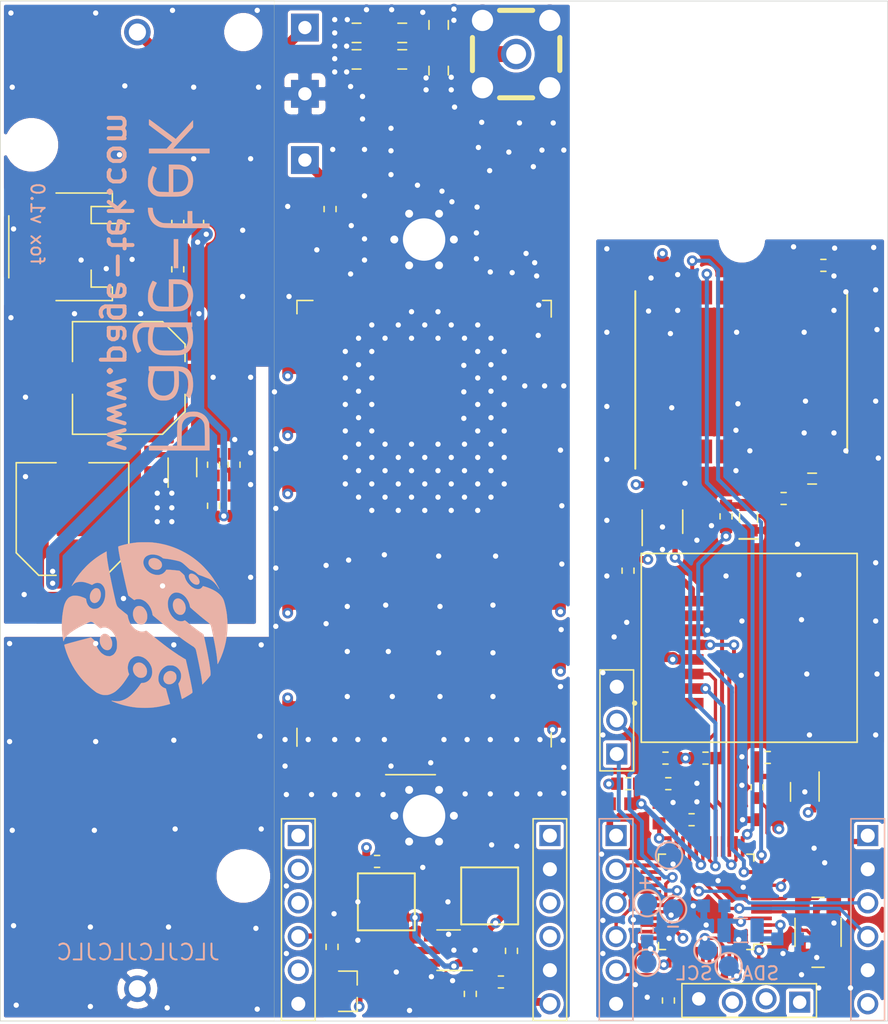
<source format=kicad_pcb>
(kicad_pcb (version 20211014) (generator pcbnew)
  (layers (0 "F.Cu" signal) (1 "In1.Cu" signal) (2 "In2.Cu" signal) (31 "B.Cu" signal) (34 "B.Paste" user) (35 "F.Paste" user) (36 "B.SilkS" user "B.Silkscreen") (37 "F.SilkS" user "F.Silkscreen") (38 "B.Mask" user) (39 "F.Mask" user) (44 "Edge.Cuts" user))
  (net 0 "")
  (net 1 "GND")
  (net 2 "+3V3")
  (net 3 "Net-(BT201-Pad1)")
  (net 4 "Net-(C201-Pad1)")
  (net 5 "Net-(C202-Pad1)")
  (net 6 "Net-(C204-Pad2)")
  (net 7 "Net-(C204-Pad1)")
  (net 8 "Net-(C205-Pad1)")
  (net 9 "Net-(C207-Pad1)")
  (net 10 "Net-(C208-Pad1)")
  (net 11 "Net-(C301-Pad1)")
  (net 12 "Net-(C302-Pad1)")
  (net 13 "Net-(C308-Pad1)")
  (net 14 "Net-(C310-Pad1)")
  (net 15 "Net-(C311-Pad1)")
  (net 16 "Net-(C312-Pad2)")
  (net 17 "Net-(C312-Pad1)")
  (net 18 "Net-(C313-Pad1)")
  (net 19 "Net-(C315-Pad1)")
  (net 20 "Net-(C316-Pad2)")
  (net 21 "/MICRO_PCB/MIC")
  (net 22 "Net-(CONN301-Pad8)")
  (net 23 "/MICRO_PCB/CARD_MISO")
  (net 24 "/MICRO_PCB/CARD_SCLK")
  (net 25 "/MICRO_PCB/CARD_MOSI")
  (net 26 "/MICRO_PCB/CARD_CS")
  (net 27 "Net-(CONN301-Pad1)")
  (net 28 "Net-(J201-Pad1)")
  (net 29 "Net-(J301-Pad1)")
  (net 30 "Net-(L201-Pad1)")
  (net 31 "Net-(L301-Pad1)")
  (net 32 "Net-(P201-Pad4)")
  (net 33 "Net-(P201-Pad3)")
  (net 34 "Net-(P201-Pad1)")
  (net 35 "Net-(P202-Pad5)")
  (net 36 "Net-(P202-Pad4)")
  (net 37 "Net-(P202-Pad3)")
  (net 38 "Net-(P202-Pad2)")
  (net 39 "Net-(P202-Pad1)")
  (net 40 "/MICRO_PCB/DRA_RX")
  (net 41 "/MICRO_PCB/DRA_TX")
  (net 42 "/MICRO_PCB/PTT")
  (net 43 "/MICRO_PCB/PWR")
  (net 44 "/MICRO_PCB/PD")
  (net 45 "/MICRO_PCB/SQ")
  (net 46 "/MICRO_PCB/SWCLK")
  (net 47 "/MICRO_PCB/SWDIO")
  (net 48 "Net-(Q201-Pad3)")
  (net 49 "Net-(Q201-Pad1)")
  (net 50 "Net-(R203-Pad1)")
  (net 51 "Net-(R301-Pad1)")
  (net 52 "Net-(R303-Pad1)")
  (net 53 "Net-(R304-Pad1)")
  (net 54 "/MICRO_PCB/PWM")
  (net 55 "Net-(R307-Pad2)")
  (net 56 "Net-(U202-Pad11)")
  (net 57 "Net-(U202-Pad15)")
  (net 58 "Net-(U202-Pad14)")
  (net 59 "Net-(U202-Pad13)")
  (net 60 "Net-(U202-Pad2)")
  (net 61 "Net-(U202-Pad4)")
  (net 62 "Net-(U301-Pad43)")
  (net 63 "Net-(U301-Pad42)")
  (net 64 "Net-(U301-Pad41)")
  (net 65 "Net-(U301-Pad40)")
  (net 66 "Net-(U301-Pad39)")
  (net 67 "Net-(U301-Pad27)")
  (net 68 "Net-(U301-Pad26)")
  (net 69 "/MICRO_PCB/GPS_TX")
  (net 70 "/MICRO_PCB/GPS_RX")
  (net 71 "Net-(U301-Pad2)")
  (net 72 "/MICRO_PCB/GPS_EN")
  (net 73 "Net-(U303-Pad1)")
  (net 74 "Net-(U303-Pad2)")
  (net 75 "Net-(U303-Pad3)")
  (net 76 "Net-(U303-Pad4)")
  (net 77 "Net-(U303-Pad5)")
  (net 78 "Net-(U303-Pad6)")
  (net 79 "Net-(U303-Pad14)")
  (net 80 "Net-(U303-Pad15)")
  (net 81 "Net-(U303-Pad17)")
  (net 82 "Net-(U303-Pad18)")
  (net 83 "Net-(U303-Pad19)")
  (net 84 "Net-(C317-Pad2)")
  (net 85 "/MICRO_PCB/SPKR")
  (net 86 "Net-(C318-Pad1)")
  (net 87 "Net-(C319-Pad1)")
  (net 88 "Net-(E201-Pad1)")
  (net 89 "Net-(E202-Pad2)")
  (net 90 "/MICRO_PCB/DEBUG_RX")
  (net 91 "/MICRO_PCB/DEBUG_TX")
  (net 92 "Net-(C209-Pad1)")
  (net 93 "Net-(C211-Pad2)")
  (net 94 "Net-(C211-Pad1)")
  (net 95 "Net-(C212-Pad2)")
  (net 96 "Net-(C212-Pad1)")
  (net 97 "Net-(P203-Pad1)")
  (net 98 "Net-(R214-Pad1)")
  (net 99 "/MICRO_PCB/USB_D+")
  (net 100 "/MICRO_PCB/USB_D-")
  (net 101 "/MICRO_PCB/SCL")
  (net 102 "/MICRO_PCB/SDA")
  (net 103 "Net-(D301-Pad2)")
  (net 104 "Net-(R313-Pad2)")
  (footprint "Page-tek-Mech:1043-18650" (layer "F.Cu") (at 90.35 101.45 90)
    (fp_text reference "BT201" hide)
    (fp_text value "Battery" hide)
  )
  (footprint "Page-tek-SMDpassive:CAPC160X80X90L35N-0603" (layer "F.Cu") (at 113.05 132.13)
    (fp_text reference "C201" hide)
    (fp_text value "10u" hide)
  )
  (footprint "Page-tek-SMDpassive:CAPC160X80X90L35N-0603" (layer "F.Cu") (at 105.7 81)
    (fp_text reference "C202" hide)
    (fp_text value "10u" hide)
  )
  (footprint "Page-tek-SMDpassive:CAPC160X80X90L35N-0603" (layer "F.Cu") (at 105.7 82.55)
    (fp_text reference "C203" hide)
    (fp_text value "100n" hide)
  )
  (footprint "Page-tek-SMDpassive:CAPC160X80X90L35N-0603" (layer "F.Cu") (at 117.78 138.55 180)
    (fp_text reference "C204" hide)
    (fp_text value "22p" hide)
  )
  (footprint "Page-tek-SMDpassive:CAPC160X80X90L35N-0603" (layer "F.Cu") (at 121.15 82.05 180)
    (fp_text reference "C205" hide)
    (fp_text value "22p" hide)
  )
  (footprint "Page-tek-SMDpassive:CAPC160X80X90L35N-0603" (layer "F.Cu") (at 116.95 134.7 -90)
    (fp_text reference "C206" hide)
    (fp_text value "10u" hide)
  )
  (footprint "Page-tek-SMDpassive:CAPC160X80X90L35N-0603" (layer "F.Cu") (at 114.85 77.35 180)
    (fp_text reference "C207" hide)
    (fp_text value "39p" hide)
  )
  (footprint "Page-tek-SMDpassive:CAPC160X80X90L35N-0603" (layer "F.Cu") (at 108.15 69.45 180)
    (fp_text reference "C208" hide)
    (fp_text value "22p" hide)
  )
  (footprint "Page-tek-SMDpassive:CAPC160X80X90L35N-0603" (layer "F.Cu") (at 143 137.8 -90)
    (fp_text reference "C301" hide)
    (fp_text value "22p" hide)
  )
  (footprint "Page-tek-SMDpassive:CAPC160X80X90L35N-0603" (layer "F.Cu") (at 143 128.8 90)
    (fp_text reference "C302" hide)
    (fp_text value "22p" hide)
  )
  (footprint "Page-tek-SMDpassive:CAPC160X80X90L35N-0603" (layer "F.Cu") (at 127.3 111.75 90)
    (fp_text reference "C303" hide)
    (fp_text value "100n" hide)
  )
  (footprint "Page-tek-SMDpassive:CAPC160X80X90L35N-0603" (layer "F.Cu") (at 128.8 136.5 -90)
    (fp_text reference "C304" hide)
    (fp_text value "100n" hide)
  )
  (footprint "Page-tek-SMDpassive:CAPC160X80X90L35N-0603" (layer "F.Cu") (at 138.05 135.7)
    (fp_text reference "C305" hide)
    (fp_text value "100n" hide)
  )
  (footprint "Page-tek-SMDpassive:CAPC160X80X90L35N-0603" (layer "F.Cu") (at 129.74 124.3 90)
    (fp_text reference "C306" hide)
    (fp_text value "100n" hide)
  )
  (footprint "Page-tek-SMDpassive:CAPC160X80X90L35N-0603" (layer "F.Cu") (at 139.85 127.9 90)
    (fp_text reference "C307" hide)
    (fp_text value "100n" hide)
  )
  (footprint "Page-tek-SMDpassive:CAPC160X80X90L35N-0603" (layer "F.Cu") (at 141.45 128.8 90)
    (fp_text reference "C308" hide)
    (fp_text value "100n" hide)
  )
  (footprint "Page-tek-SMDpassive:CAPC160X80X90L35N-0603" (layer "F.Cu") (at 127.4 103 90)
    (fp_text reference "C309" hide)
    (fp_text value "100n" hide)
  )
  (footprint "Page-tek-SMDpassive:CAPC160X80X90L35N-0603" (layer "F.Cu") (at 140.95 120.1)
    (fp_text reference "C310" hide)
    (fp_text value "390p" hide)
  )
  (footprint "Page-tek-SMDpassive:CAPC160X80X90L35N-0603" (layer "F.Cu") (at 132.65 101.85 -90)
    (fp_text reference "C311" hide)
    (fp_text value "DNI" hide)
  )
  (footprint "Page-tek-SMDpassive:CAPC160X80X90L35N-0603" (layer "F.Cu") (at 138.65 122.35 90)
    (fp_text reference "C312" hide)
    (fp_text value "1n8" hide)
  )
  (footprint "Page-tek-SMDpassive:CAPC160X80X90L35N-0603" (layer "F.Cu") (at 129.85 99.4)
    (fp_text reference "C313" hide)
    (fp_text value "10u" hide)
  )
  (footprint "Page-tek-SMDpassive:CAPC160X80X90L35N-0603" (layer "F.Cu") (at 129.25 82.8 180)
    (fp_text reference "C314" hide)
    (fp_text value "100n" hide)
  )
  (footprint "Page-tek-SMDpassive:CAPC160X80X90L35N-0603" (layer "F.Cu") (at 140.9 125.3 180)
    (fp_text reference "C315" hide)
    (fp_text value "1u" hide)
  )
  (footprint "Page-tek-SMDpassive:CAPC160X80X90L35N-0603" (layer "F.Cu") (at 143.15 125.7 90)
    (fp_text reference "C316" hide)
    (fp_text value "1u" hide)
  )
  (footprint "Page-tek-Conn:JAE_ST1W008S4ER1500" (layer "F.Cu") (at 136.2 112.15)
    (fp_text reference "CONN301" hide)
    (fp_text value "ST1W008S4ER1500" hide)
  )
  (footprint "Page-tek-SMDpassive:RESC160X80X55L30N-0603" (layer "F.Cu") (at 104.9 78.7 -90)
    (fp_text reference "E201" hide)
    (fp_text value "120" hide)
  )
  (footprint "Page-tek-Conn:sma_90_r300.124.403" (layer "F.Cu") (at 118.95 67 90)
    (fp_text reference "J201" hide)
    (fp_text value "SMA" hide)
  )
  (footprint "Page-tek-Conn:MOLEX-0734152063-MCX-SMD" (layer "F.Cu") (at 142.95 102 90)
    (fp_text reference "J301" hide)
    (fp_text value "SMA" hide)
  )
  (footprint "Page-tek-SMDpassive:Coilcraft_XAL4030" (layer "F.Cu") (at 116.95 130.55)
    (fp_text reference "L201" hide)
    (fp_text value "4u7" hide)
  )
  (footprint "Page-tek-SMDpassive:Coilcraft_1812SMS" (layer "F.Cu") (at 119.55 78.9 180)
    (fp_text reference "L202" hide)
    (fp_text value "56n" hide)
  )
  (footprint "Page-tek-SMDpassive:Coilcraft_1812SMS" (layer "F.Cu") (at 112.35 73.3 90)
    (fp_text reference "L203" hide)
    (fp_text value "56n" hide)
  )
  (footprint "Page-tek-SMDpassive:INDC180X76X102L33N-CC0603" (layer "F.Cu") (at 141.3 99.05)
    (fp_text reference "L301" hide)
    (fp_text value "27n" hide)
  )
  (footprint "Page-tek-Mech:MTGP600H320V6H60" (layer "F.Cu") (at 112 81 90)
    (fp_text reference "MH201" hide)
    (fp_text value "MH" hide)
  )
  (footprint "Page-tek-Mech:MTGP600H320V6H60" (layer "F.Cu") (at 112 124.5 90)
    (fp_text reference "MH202" hide)
    (fp_text value "MH" hide)
  )
  (footprint "Page-tek-Mech:MTGNP500H300Z400" (layer "F.Cu") (at 136 81 90)
    (fp_text reference "MH301" hide)
    (fp_text value "MHNP" hide)
  )
  (footprint "Page-tek-Conn:HDRV6W64P254_6X1_1524X254H860" (layer "F.Cu") (at 121.5 126 -90)
    (fp_text reference "P201" hide)
    (fp_text value "CONN_01X06" hide)
  )
  (footprint "Page-tek-Conn:HDRV6W64P254_6X1_1524X254H860" (layer "F.Cu") (at 102.5 126 -90)
    (fp_text reference "P202" hide)
    (fp_text value "CONN_01X06" hide)
  )
  (footprint "Page-tek-Conn:HDRV4W64P254_4X1_1016X254H860-alt2" (layer "F.Cu") (at 136.55 138.45 180)
    (fp_text reference "P303" hide)
    (fp_text value "CONN_01X04" hide)
  )
  (footprint "Page-tek-Active:SOT23-3P95_237X112L40X40N-SOT23" (layer "F.Cu") (at 106.25 137.75 -90)
    (fp_text reference "Q201" hide)
    (fp_text value "2n3904" hide)
  )
  (footprint "Page-tek-SMDpassive:RESC160X80X55L30N-0603" (layer "F.Cu") (at 105.05 134.4 -90)
    (fp_text reference "R201" hide)
    (fp_text value "47k" hide)
  )
  (footprint "Page-tek-SMDpassive:RESC160X80X55L30N-0603" (layer "F.Cu") (at 115.49 137.95 -90)
    (fp_text reference "R202" hide)
    (fp_text value "100k" hide)
  )
  (footprint "Page-tek-SMDpassive:RESC160X80X55L30N-0603" (layer "F.Cu") (at 117.8 137.05 180)
    (fp_text reference "R203" hide)
    (fp_text value "270k" hide)
  )
  (footprint "Page-tek-SMDpassive:RESC160X80X55L30N-0603" (layer "F.Cu") (at 118.6 134.7 -90)
    (fp_text reference "R204" hide)
    (fp_text value "47k" hide)
  )
  (footprint "Page-tek-SMDpassive:RESC200X125X60L35N-0805" (layer "F.Cu") (at 106.9 67.4 180)
    (fp_text reference "R205" hide)
    (fp_text value "560" hide)
  )
  (footprint "Page-tek-SMDpassive:RESC200X125X60L35N-0805" (layer "F.Cu") (at 106.9 65.4)
    (fp_text reference "R206" hide)
    (fp_text value "560" hide)
  )
  (footprint "Page-tek-SMDpassive:RESC200X125X60L35N-0805" (layer "F.Cu") (at 110.35 67.4)
    (fp_text reference "R207" hide)
    (fp_text value "33" hide)
  )
  (footprint "Page-tek-SMDpassive:RESC200X125X60L35N-0805" (layer "F.Cu") (at 110.35 65.4)
    (fp_text reference "R208" hide)
    (fp_text value "33" hide)
  )
  (footprint "Page-tek-SMDpassive:RESC200X125X60L35N-0805" (layer "F.Cu") (at 113.1 68.25 90)
    (fp_text reference "R209" hide)
    (fp_text value "560" hide)
  )
  (footprint "Page-tek-SMDpassive:RESC200X125X60L35N-0805" (layer "F.Cu") (at 113.1 64.8 -90)
    (fp_text reference "R210" hide)
    (fp_text value "560" hide)
  )
  (footprint "Page-tek-SMDpassive:RESC160X80X55L30N-0603" (layer "F.Cu") (at 130.45 138.45 -90)
    (fp_text reference "R301" hide)
    (fp_text value "47k" hide)
  )
  (footprint "Page-tek-SMDpassive:RESC160X80X55L30N-0603" (layer "F.Cu") (at 133.25 120.15 180)
    (fp_text reference "R302" hide)
    (fp_text value "47k" hide)
  )
  (footprint "Page-tek-SMDpassive:RESC160X80X55L30N-0603" (layer "F.Cu") (at 132.2 124.8 180)
    (fp_text reference "R303" hide)
    (fp_text value "47k" hide)
  )
  (footprint "Page-tek-SMDpassive:RESC160X80X55L30N-0603" (layer "F.Cu") (at 142.15 82.95)
    (fp_text reference "R304" hide)
    (fp_text value "DNI" hide)
  )
  (footprint "Page-tek-SMDpassive:RESC160X80X55L30N-0603" (layer "F.Cu") (at 137.15 122.35 -90)
    (fp_text reference "R305" hide)
    (fp_text value "15k" hide)
  )
  (footprint "Page-tek-SMDpassive:RESC160X80X55L30N-0603" (layer "F.Cu") (at 137.95 120.1 180)
    (fp_text reference "R306" hide)
    (fp_text value "100k" hide)
  )
  (footprint "Page-tek-SMDpassive:RESC160X80X55L30N-0603" (layer "F.Cu") (at 139.15 100.55 180)
    (fp_text reference "R307" hide)
    (fp_text value "10" hide)
  )
  (footprint "Page-tek-SMDpassive:Bourns_TC33" (layer "F.Cu") (at 144.6 121.8 180)
    (fp_text reference "RV301" hide)
    (fp_text value "POT" hide)
  )
  (footprint "Page-tek-Conn:TP-SQ-2mm" (layer "F.Cu") (at 103 75 90)
    (fp_text reference "TP201" hide)
    (fp_text value "TP" hide)
  )
  (footprint "Page-tek-Conn:TP-SQ-2mm" (layer "F.Cu") (at 103 65 90)
    (fp_text reference "TP202" hide)
    (fp_text value "TP" hide)
  )
  (footprint "Page-tek-Conn:TP-SQ-2mm" (layer "F.Cu") (at 103 70 90)
    (fp_text reference "TP203" hide)
    (fp_text value "TP" hide)
  )
  (footprint "Page-tek-Active:SOT23-6P95_280X145L45X40N" (layer "F.Cu") (at 113.85 134.65 90)
    (fp_text reference "U201" hide)
    (fp_text value "LTC3405A" hide)
  )
  (footprint "Page-tek-Active:SOT23-5P95_280X145L45X40N" (layer "F.Cu") (at 130 102.3)
    (fp_text reference "U302" hide)
    (fp_text value "ADP150-3V3" hide)
  )
  (footprint "Page-tek-Modules:ublox-NEO-6" (layer "F.Cu") (at 135.95 91 -90)
    (fp_text reference "U303" hide)
    (fp_text value "NEO-6M-0-001" hide)
  )
  (footprint "Page-tek-Active:SOT23-5P65_210X110L36X22N-SOT323-5" (layer "F.Cu") (at 140.75 122.7 180)
    (fp_text reference "U304" hide)
    (fp_text value "LMV931" hide)
  )
  (footprint "Page-tek-SMDpassive:CAPC160X80X90L35N-0603" (layer "F.Cu") (at 126.8 123.6)
    (fp_text reference "C317" hide)
    (fp_text value "1u" hide)
  )
  (footprint "Page-tek-SMDpassive:RESC160X80X55L30N-0603" (layer "F.Cu") (at 127.4 122.08)
    (fp_text reference "R308" hide)
    (fp_text value "47k" hide)
  )
  (footprint "Page-tek-SMDpassive:RESC160X80X55L30N-0603" (layer "F.Cu") (at 130.44 122.08)
    (fp_text reference "R309" hide)
    (fp_text value "47k" hide)
  )
  (footprint "Page-tek-SMDpassive:XTAL500X320X130L90X120NN" (layer "F.Cu") (at 141.75 133.3 90)
    (fp_text reference "X1" hide)
    (fp_text value "8.0MHz" hide)
  )
  (footprint "Page-tek-SMDpassive:RESC160X80X55L30N-0603" (layer "F.Cu") (at 108.45 127.95)
    (fp_text reference "E202" hide)
    (fp_text value "120" hide)
  )
  (footprint "Page-tek-SMDpassive:Coilcraft_XAL4030" (layer "F.Cu") (at 109.15 131 -90)
    (fp_text reference "L204" hide)
    (fp_text value "4u7" hide)
  )
  (footprint "Page-tek-Conn:HDRV3W64P254_3X1_762X254H860" (layer "F.Cu") (at 126.55 119.84 90)
    (fp_text reference "P304" hide)
    (fp_text value "CONN_01X03" hide)
  )
  (footprint "Page-tek-SMDpassive:CAPC160X80X90L35N-0603" (layer "F.Cu") (at 92.65 85.8 180)
    (fp_text reference "C209" hide)
    (fp_text value "100n" hide)
  )
  (footprint "Page-tek-SMDpassive:CAPC160X80X90L35N-0603" (layer "F.Cu") (at 91.35 97.8 90)
    (fp_text reference "C211" hide)
    (fp_text value "100n" hide)
  )
  (footprint "Page-tek-SMDpassive:CAPC160X80X90L35N-0603" (layer "F.Cu") (at 97.65 101.1 90)
    (fp_text reference "C212" hide)
    (fp_text value "22p" hide)
  )
  (footprint "Page-tek-SMDpassive:CAPAE830X1030L290X95N" (layer "F.Cu") (at 85.45 102.1 90)
    (fp_text reference "C213" hide)
    (fp_text value "220u" hide)
  )
  (footprint "Page-tek-Conn:JST-S2B-PH-SM4-TB" (layer "F.Cu") (at 85.15 81.55 -90)
    (fp_text reference "P203" hide)
    (fp_text value "CONN_01X02" hide)
  )
  (footprint "Page-tek-SMDpassive:RESC160X80X55L30N-0603" (layer "F.Cu") (at 93.4 79.75 -90)
    (fp_text reference "R211" hide)
    (fp_text value "DNI" hide)
  )
  (footprint "Page-tek-SMDpassive:RESC160X80X55L30N-0603" (layer "F.Cu") (at 93.4 83.25 90)
    (fp_text reference "R212" hide)
    (fp_text value "DNI" hide)
  )
  (footprint "Page-tek-SMDpassive:RESC160X80X55L30N-0603" (layer "F.Cu") (at 97.65 98 -90)
    (fp_text reference "R213" hide)
    (fp_text value "100k" hide)
  )
  (footprint "Page-tek-SMDpassive:RESC160X80X55L30N-0603" (layer "F.Cu") (at 96.1 98 90)
    (fp_text reference "R214" hide)
    (fp_text value "270k" hide)
  )
  (footprint "Page-tek-SMDpassive:RESC160X80X55L30N-0603" (layer "F.Cu") (at 96.1 101.1 90)
    (fp_text reference "R215" hide)
    (fp_text value "47k" hide)
  )
  (footprint "Page-tek-Active:SOT23-6P65_210X110L36X22N-SOT323-6" (layer "F.Cu") (at 93.75 98.2)
    (fp_text reference "U203" hide)
    (fp_text value "TPS561201" hide)
  )
  (footprint "Page-tek-SMDpassive:CAPAE830X1030L290X95N" (layer "F.Cu") (at 89.7 91.45 180)
    (fp_text reference "C210" hide)
    (fp_text value "220u" hide)
  )
  (footprint "Page-tek-SMDpassive:RESC160X80X55L30N-0603" (layer "F.Cu") (at 127.4 106 -90)
    (fp_text reference "R310" hide)
    (fp_text value "47k" hide)
  )
  (footprint "Page-tek-SMDpassive:RESC160X80X55L30N-0603" (layer "F.Cu") (at 130.23 120.15 180)
    (fp_text reference "R311" hide)
    (fp_text value "47k" hide)
  )
  (footprint "Page-tek-SMDpassive:Wurth_LQS_6045_ind" (layer "F.Cu") (at 95.35 106.1 -90)
    (fp_text reference "L205" hide)
    (fp_text value "47u" hide)
  )
  (footprint "Page-tek-SMDpassive:CAPC160X80X90L35N-0603" (layer "F.Cu") (at 91.2 105.1 90)
    (fp_text reference "C214" hide)
    (fp_text value "10u" hide)
  )
  (footprint "Page-tek-SMDpassive:RESC160X80X55L30N-0603" (layer "F.Cu") (at 94.9 79.75 90)
    (fp_text reference "R216" hide)
    (fp_text value "DNI" hide)
  )
  (footprint "Page-tek-Modules:DRA818" (layer "F.Cu") (at 112 103.5 90)
    (fp_text reference "U202" hide)
    (fp_text value "DRA818V" hide)
  )
  (footprint "Page-tek-SMDpassive:CAPC160X80X90L35N-0603" (layer "F.Cu") (at 137.9 124.8 180)
    (fp_text reference "C320" hide)
    (fp_text value "10u" hide)
  )
  (footprint "Page-tek-Active:QFP48P50_900X900X120L60X22N-TQFP48" (layer "F.Cu") (at 133.3 131 90)
    (fp_text reference "U301" hide)
    (fp_text value "STM32F103C" hide)
  )
  (footprint "Page-tek-Active:LEDC200X125X90L40N-0805" (layer "F.Cu") (at 136.5 102 90)
    (fp_text reference "D301" hide)
    (fp_text value "RED" hide)
  )
  (footprint "Page-tek-SMDpassive:RESC160X80X55L30N-0603" (layer "F.Cu") (at 134.8 101.9 -90)
    (fp_text reference "R313" hide)
    (fp_text value "1k5" hide)
  )
  (footprint "Page-tek-Conn:HDRV6W64P254_6X1_1524X254H860" (layer "B.Cu") (at 145.5 126 -90)
    (fp_text reference "P301" hide)
    (fp_text value "CONN_01X06" hide)
  )
  (footprint "Page-tek-Conn:HDRV6W64P254_6X1_1524X254H860" (layer "B.Cu") (at 126.5 126 -90)
    (fp_text reference "P302" hide)
    (fp_text value "CONN_01X06" hide)
  )
  (footprint "Page-tek-SMDpassive:CAPC160X80X90L35N-0603" (layer "B.Cu") (at 133.9 131.3 180)
    (fp_text reference "C318" hide)
    (fp_text value "DNI" hide)
  )
  (footprint "Page-tek-SMDpassive:CAPC160X80X90L35N-0603" (layer "B.Cu") (at 139.45 133.8)
    (fp_text reference "C319" hide)
    (fp_text value "DNI" hide)
  )
  (footprint "Page-tek-SMDpassive:XTAL320X150X180L100" (layer "B.Cu") (at 135.9 133.15)
    (fp_text reference "X2" hide)
    (fp_text value "DNI" hide)
  )
  (footprint "Page-tek-SMDpassive:RESC160X80X55L30N-0603" (layer "B.Cu") (at 128.85 133.1 90)
    (fp_text reference "R312" hide)
    (fp_text value "DNI" hide)
  )
  (footprint "Page-tek-Conn:TP-1.5mm" (layer "B.Cu") (at 130.8 131.55)
    (fp_text reference "TP301" hide)
    (fp_text value "TP" hide)
  )
  (footprint "Page-tek-Conn:TP-1.5mm" (layer "B.Cu") (at 128.85 131.1)
    (fp_text reference "TP302" hide)
    (fp_text value "TP" hide)
  )
  (footprint "Page-tek-Conn:TP-1.5mm" (layer "B.Cu") (at 133.4 134.65)
    (fp_text reference "TP303" hide)
    (fp_text value "TP" hide)
  )
  (footprint "Page-tek-Conn:TP-1.5mm" (layer "B.Cu") (at 135 135.85)
    (fp_text reference "TP304" hide)
    (fp_text value "TP" hide)
  )
  (footprint "Page-tek-Logo:logo_12.5mm" (layer "B.Cu") (at 90.9 110.1 90)
    (fp_text reference "LOGO101" hide)
    (fp_text value "LOGO" hide)
  )
  (footprint "Page-tek-Logo:page-tek_25mm" (layer "B.Cu") (at 92.9 84.4 90)
    (fp_text reference "LOGO102" hide)
    (fp_text value "LOGO" hide)
  )
  (footprint "Page-tek-Conn:TP-1.5mm" (layer "B.Cu") (at 128.8 135.6)
    (fp_text reference "TP305" hide)
    (fp_text value "TP" hide)
  )
  (footprint "Page-tek-Conn:TP-1.5mm" (layer "B.Cu") (at 130.5 127.5)
    (fp_text reference "TP306" hide)
    (fp_text value "TP" hide)
  )
  (gr_line (start 102.4 117.9) (end 102.4 119.25) (layer "F.SilkS") (width 0.12))
  (gr_line (start 103.6 85.6) (end 102.4 85.6) (layer "F.SilkS") (width 0.12))
  (gr_line (start 102.4 85.6) (end 102.4 86.6) (layer "F.SilkS") (width 0.12))
  (gr_line (start 121.6 118.25) (end 121.6 119.3) (layer "F.SilkS") (width 0.12))
  (gr_line (start 109.1 121.4) (end 112.85 121.4) (layer "F.SilkS") (width 0.12))
  (gr_line (start 121.6 85.6) (end 121.6 86.85) (layer "F.SilkS") (width 0.12))
  (gr_line (start 120.95 85.6) (end 121.6 85.6) (layer "F.SilkS") (width 0.12))
  (gr_line (start 147 140) (end 80 140) (layer "Edge.Cuts") (width 0.05))
  (gr_line (start 80 63) (end 147 63) (layer "Edge.Cuts") (width 0.05))
  (gr_line (start 147 63) (end 147 140) (layer "Edge.Cuts") (width 0.05))
  (gr_line (start 80 140) (end 80 63) (layer "Edge.Cuts") (width 0.05))
  (gr_text "fox v1.0" (at 82.8 79.8 270) (layer "B.SilkS") (effects (font (size 1 1)) (justify mirror)))
  (gr_text "-" (at 130.8 132.8) (layer "B.SilkS") (effects (font (size 1 1)) (justify mirror)))
  (gr_text "www.page-tek.com" (at 89 84.2 -90) (layer "B.SilkS") (effects (font (size 1.8 1.8) (thickness 0.3)) (justify mirror)))
  (gr_text "SCL" (at 132.4 136.4) (layer "B.SilkS") (effects (font (size 1 1)) (justify mirror)))
  (gr_text "JLCJLCJLCJLC" (at 90.4 134.8) (layer "B.SilkS") (effects (font (size 1.2 1.2)) (justify mirror)))
  (gr_text "+" (at 128.7 129.5) (layer "B.SilkS") (effects (font (size 1 1)) (justify mirror)))
  (gr_text "SDA" (at 137.4 136.4) (layer "B.SilkS") (effects (font (size 1 1)) (justify mirror)))
  (segment (start 115.85 134.65) (end 115.105 134.65) (width 0.5) (layer "F.Cu") (net 1))
  (segment (start 130 104.4) (end 130 104.825) (width 0.5) (layer "F.Cu") (net 1))
  (segment (start 131.05 127.9) (end 130.8 128.15) (width 0.25) (layer "F.Cu") (net 1))
  (segment (start 128.775 137.25) (end 128.8 137.275) (width 0.75) (layer "F.Cu") (net 1))
  (segment (start 128.85 138.2) (end 128.85 137.325) (width 0.75) (layer "F.Cu") (net 1))
  (segment (start 140.475 127.125) (end 140.85 126.75) (width 0.5) (layer "F.Cu") (net 1))
  (segment (start 88.05 82.5) (end 88 82.55) (width 0.75) (layer "F.Cu") (net 1))
  (segment (start 133.4 110.5) (end 132.2 110.5) (width 0.75) (layer "F.Cu") (net 1))
  (segment (start 129.135953 83.665955) (end 129.135953 83.904376) (width 0.6) (layer "F.Cu") (net 1))
  (segment (start 88 83.2) (end 88 82.55) (width 0.8) (layer "F.Cu") (net 1))
  (segment (start 131.05 126.82) (end 131.05 125.135) (width 0.25) (layer "F.Cu") (net 1))
  (segment (start 89.95 82.5) (end 88.05 82.5) (width 0.8) (layer "F.Cu") (net 1))
  (segment (start 137.48 130.25) (end 136.15 130.25) (width 0.3) (layer "F.Cu") (net 1))
  (segment (start 135.55 135.18) (end 135.55 133.85) (width 0.3) (layer "F.Cu") (net 1))
  (segment (start 143 131.35) (end 142.985 131.365) (width 0.25) (layer "F.Cu") (net 1))
  (segment (start 139.85 127.125) (end 140.475 127.125) (width 0.5) (layer "F.Cu") (net 1))
  (segment (start 130.8 128.15) (end 130.45 128.15) (width 0.3) (layer "F.Cu") (net 1))
  (segment (start 116.95 135.425) (end 116.625 135.425) (width 0.5) (layer "F.Cu") (net 1))
  (segment (start 131.05 125.135) (end 131.385 124.8) (width 0.25) (layer "F.Cu") (net 1))
  (segment (start 136.15 130.25) (end 136 130.1) (width 0.3) (layer "F.Cu") (net 1))
  (segment (start 128.95 85) (end 128.95 84.090329) (width 0.6) (layer "F.Cu") (net 1))
  (segment (start 130.45 128.15) (end 129.6 127.3) (width 0.3) (layer "F.Cu") (net 1))
  (segment (start 127.95 137.25) (end 128.775 137.25) (width 0.75) (layer "F.Cu") (net 1))
  (segment (start 128.85 137.325) (end 128.8 137.275) (width 0.75) (layer "F.Cu") (net 1))
  (segment (start 130 103.555) (end 130 104.4) (width 0.5) (layer "F.Cu") (net 1))
  (segment (start 131.05 126.82) (end 131.05 127.9) (width 0.25) (layer "F.Cu") (net 1))
  (segment (start 128.95 84.090329) (end 129.135953 83.904376) (width 0.6) (layer "F.Cu") (net 1))
  (segment (start 116.625 135.425) (end 115.85 134.65) (width 0.5) (layer "F.Cu") (net 1))
  (segment (start 128.475 82.8) (end 129.114999 83.439999) (width 0.6) (layer "F.Cu") (net 1))
  (segment (start 135.55 133.85) (end 135.5 133.8) (width 0.3) (layer "F.Cu") (net 1))
  (segment (start 130.226214 133.25) (end 130.426214 133.45) (width 0.3) (layer "F.Cu") (net 1))
  (segment (start 86.1 82.55) (end 88 82.55) (width 0.8) (layer "F.Cu") (net 1))
  (segment (start 115.85 134.65) (end 115.85 134.65) (width 0.5) (layer "F.Cu") (net 1))
  (segment (start 129.12 133.25) (end 130.226214 133.25) (width 0.3) (layer "F.Cu") (net 1))
  (segment (start 129.12 133.25) (end 127.75 133.25) (width 0.25) (layer "F.Cu") (net 1))
  (segment (start 129.114999 83.645001) (end 129.135953 83.665955) (width 0.6) (layer "F.Cu") (net 1))
  (segment (start 129.114999 83.439999) (end 129.114999 83.645001) (width 0.6) (layer "F.Cu") (net 1))
  (segment (start 140.85 126.75) (end 140.85 126.2) (width 0.5) (layer "F.Cu") (net 1))
  (via (at 122.35 110.45) (size 0.8) (drill 0.4) (layers "F.Cu" "B.Cu") (net 1))
  (via (at 98.9 74.9) (size 0.8) (drill 0.4) (layers "F.Cu" "B.Cu") (net 1))
  (via (at 107.65 63.65) (size 0.8) (drill 0.4) (layers "F.Cu" "B.Cu") (net 1))
  (via (at 122.55 120.85) (size 0.8) (drill 0.4) (layers "F.Cu" "B.Cu") (net 1))
  (via (at 125.8 93.6) (size 0.8) (drill 0.4) (layers "F.Cu" "B.Cu") (net 1))
  (via (at 110.9 139.2) (size 0.8) (drill 0.4) (layers "F.Cu" "B.Cu") (net 1))
  (via (at 108.05 89.45) (size 0.8) (drill 0.4) (layers "F.Cu" "B.Cu") (net 1))
  (via (at 98.9 99.5) (size 0.8) (drill 0.4) (layers "F.Cu" "B.Cu") (net 1))
  (via (at 107.5 82.55) (size 0.8) (drill 0.4) (layers "F.Cu" "B.Cu") (net 1))
  (via (at 100.8 101.3) (size 0.8) (drill 0.4) (layers "F.Cu" "B.Cu") (net 1))
  (via (at 116.05 91.45) (size 0.8) (drill 0.4) (layers "F.Cu" "B.Cu") (net 1))
  (via (at 145.95 81.6) (size 0.8) (drill 0.4) (layers "F.Cu" "B.Cu") (net 1))
  (via (at 91.85 102.3) (size 0.8) (drill 0.4) (layers "F.Cu" "B.Cu") (net 1))
  (via (at 80.8 63.9) (size 0.8) (drill 0.4) (layers "F.Cu" "B.Cu") (net 1))
  (via (at 80.9 69.5) (size 0.8) (drill 0.4) (layers "F.Cu" "B.Cu") (net 1))
  (via (at 106.2 112.1) (size 0.8) (drill 0.4) (layers "F.Cu" "B.Cu") (net 1))
  (via (at 101.6 134.9) (size 0.8) (drill 0.4) (layers "F.Cu" "B.Cu") (net 1))
  (via (at 114.25 134.65) (size 0.8) (drill 0.4) (layers "F.Cu" "B.Cu") (net 1))
  (via (at 109.5 72.6) (size 0.8) (drill 0.4) (layers "F.Cu" "B.Cu") (net 1))
  (via (at 125.8 88) (size 0.8) (drill 0.4) (layers "F.Cu" "B.Cu") (net 1))
  (via (at 117.05 100.45) (size 0.8) (drill 0.4) (layers "F.Cu" "B.Cu") (net 1))
  (via (at 120.35 82.75) (size 0.8) (drill 0.4) (layers "F.Cu" "B.Cu") (net 1))
  (via (at 115 92.5) (size 0.8) (drill 0.4) (layers "F.Cu" "B.Cu") (net 1))
  (via (at 115.25 118.75) (size 0.8) (drill 0.4) (layers "F.Cu" "B.Cu") (net 1))
  (via (at 113.2 115.5) (size 0.8) (drill 0.4) (layers "F.Cu" "B.Cu") (net 1))
  (via (at 119.6 92.05) (size 0.8) (drill 0.4) (layers "F.Cu" "B.Cu") (net 1))
  (via (at 81.2 138.8) (size 0.8) (drill 0.4) (layers "F.Cu" "B.Cu") (net 1))
  (via (at 131.15 86.35) (size 0.8) (drill 0.4) (layers "F.Cu" "B.Cu") (net 1))
  (via (at 111.05 86.45) (size 0.8) (drill 0.4) (layers "F.Cu" "B.Cu") (net 1))
  (via (at 118.4 74.4) (size 0.8) (drill 0.4) (layers "F.Cu" "B.Cu") (net 1))
  (via (at 105.25 67.35) (size 0.8) (drill 0.4) (layers "F.Cu" "B.Cu") (net 1))
  (via (at 86.8 132.9) (size 0.8) (drill 0.4) (layers "F.Cu" "B.Cu") (net 1))
  (via (at 109.55 63.65) (size 0.8) (drill 0.4) (layers "F.Cu" "B.Cu") (net 1))
  (via (at 111.5 76.9) (size 0.8) (drill 0.4) (layers "F.Cu" "B.Cu") (net 1))
  (via (at 120.62 88.24) (size 0.8) (drill 0.4) (layers "F.Cu" "B.Cu") (net 1))
  (via (at 136.1 129.9) (size 0.8) (drill 0.4) (layers "F.Cu" "B.Cu") (net 1))
  (via (at 113.1 112.2) (size 0.8) (drill 0.4) (layers "F.Cu" "B.Cu") (net 1))
  (via (at 120.75 118.75) (size 0.8) (drill 0.4) (layers "F.Cu" "B.Cu") (net 1))
  (via (at 121.1 92.05) (size 0.8) (drill 0.4) (layers "F.Cu" "B.Cu") (net 1))
  (via (at 127.8 134.3) (size 0.8) (drill 0.4) (layers "F.Cu" "B.Cu") (net 1))
  (via (at 140.7 95.6) (size 0.8) (drill 0.4) (layers "F.Cu" "B.Cu") (net 1))
  (via (at 116.05 99.45) (size 0.8) (drill 0.4) (layers "F.Cu" "B.Cu") (net 1))
  (via (at 101.8 85.3) (size 0.8) (drill 0.4) (layers "F.Cu" "B.Cu") (net 1))
  (via (at 86.8 138.9) (size 0.8) (drill 0.4) (layers "F.Cu" "B.Cu") (net 1))
  (via (at 146.1 84.8) (size 0.8) (drill 0.4) (layers "F.Cu" "B.Cu") (net 1))
  (via (at 135.55 95.4) (size 0.8) (drill 0.4) (layers "F.Cu" "B.Cu") (net 1))
  (via (at 118.65 83.5) (size 0.8) (drill 0.4) (layers "F.Cu" "B.Cu") (net 1))
  (via (at 135.7 93.4) (size 0.8) (drill 0.4) (layers "F.Cu" "B.Cu") (net 1))
  (via (at 108.05 99.45) (size 0.8) (drill 0.4) (layers "F.Cu" "B.Cu") (net 1))
  (via (at 115.05 100.45) (size 0.8) (drill 0.4) (layers "F.Cu" "B.Cu") (net 1))
  (via (at 107.05 100.45) (size 0.8) (drill 0.4) (layers "F.Cu" "B.Cu") (net 1))
  (via (at 116.05 89.45) (size 0.8) (drill 0.4) (layers "F.Cu" "B.Cu") (net 1))
  (via (at 88 83.2) (size 0.8) (drill 0.4) (layers "F.Cu" "B.Cu") (net 1))
  (via (at 105.1 74.2) (size 0.8) (drill 0.4) (layers "F.Cu" "B.Cu") (net 1))
  (via (at 115 90.5) (size 0.8) (drill 0.4) (layers "F.Cu" "B.Cu") (net 1))
  (via (at 141.65 135.2) (size 0.8) (drill 0.4) (layers "F.Cu" "B.Cu") (net 1))
  (via (at 107 131) (size 0.8) (drill 0.4) (layers "F.Cu" "B.Cu") (net 1))
  (via (at 122.5 118.8) (size 0.8) (drill 0.4) (layers "F.Cu" "B.Cu") (net 1))
  (via (at 81 132.8) (size 0.8) (drill 0.4) (layers "F.Cu" "B.Cu") (net 1))
  (via (at 132.325 131.3) (size 0.8) (drill 0.4) (layers "F.Cu" "B.Cu") (net 1))
  (via (at 117.05 96.45) (size 0.8) (drill 0.4) (layers "F.Cu" "B.Cu") (net 1))
  (via (at 140.8 93.2) (size 0.8) (drill 0.4) (layers "F.Cu" "B.Cu") (net 1))
  (via (at 80.8 86.9) (size 0.8) (drill 0.4) (layers "F.Cu" "B.Cu") (net 1))
  (via (at 142.25 128.05) (size 0.8) (drill 0.4) (layers "F.Cu" "B.Cu") (net 1))
  (via (at 114.05 101.45) (size 0.8) (drill 0.4) (layers "F.Cu" "B.Cu") (net 1))
  (via (at 111.05 100.45) (size 0.8) (drill 0.4) (layers "F.Cu" "B.Cu") (net 1))
  (via (at 93.1 111.6) (size 0.8) (drill 0.4) (layers "F.Cu" "B.Cu") (net 1))
  (via (at 107.35 71.9) (size 0.8) (drill 0.4) (layers "F.Cu" "B.Cu") (net 1))
  (via (at 105.25 64.4) (size 0.8) (drill 0.4) (layers "F.Cu" "B.Cu") (net 1))
  (via (at 120.5 83.75) (size 0.8) (drill 0.4) (layers "F.Cu" "B.Cu") (net 1))
  (via (at 106.05 89.45) (size 0.8) (drill 0.4) (layers "F.Cu" "B.Cu") (net 1))
  (via (at 140.9 113.8) (size 0.8) (drill 0.4) (layers "F.Cu" "B.Cu") (net 1))
  (via (at 125.5 113.7) (size 0.8) (drill 0.4) (layers "F.Cu" "B.Cu") (net 1))
  (via (at 111.05 98.45) (size 0.8) (drill 0.4) (layers "F.Cu" "B.Cu") (net 1))
  (via (at 92.5 99.2) (size 0.8) (drill 0.4) (layers "F.Cu" "B.Cu") (net 1))
  (via (at 112.55 136.65) (size 0.8) (drill 0.4) (layers "F.Cu" "B.Cu") (net 1))
  (via (at 132.6 123.45) (size 0.8) (drill 0.4) (layers "F.Cu" "B.Cu") (net 1))
  (via (at 142.95 86.35) (size 0.8) (drill 0.4) (layers "F.Cu" "B.Cu") (net 1))
  (via (at 113.05 86.45) (size 0.8) (drill 0.4) (layers "F.Cu" "B.Cu") (net 1))
  (via (at 106.15 68.35) (size 0.8) (drill 0.4) (layers "F.Cu" "B.Cu") (net 1))
  (via (at 113.05 98.45) (size 0.8) (drill 0.4) (layers "F.Cu" "B.Cu") (net 1))
  (via (at 109.9 136.3) (size 0.8) (drill 0.4) (layers "F.Cu" "B.Cu") (net 1))
  (via (at 116.95 75.8) (size 0.8) (drill 0.4) (layers "F.Cu" "B.Cu") (net 1))
  (via (at 135.75 133.85) (size 0.8) (drill 0.4) (layers "F.Cu" "B.Cu") (net 1))
  (via (at 116.05 101.45) (size 0.8) (drill 0.4) (layers "F.Cu" "B.Cu") (net 1))
  (via (at 118.05 91.45) (size 0.8) (drill 0.4) (layers "F.Cu" "B.Cu") (net 1))
  (via (at 122.4 105.5) (size 0.8) (drill 0.4) (layers "F.Cu" "B.Cu") (net 1))
  (via (at 117.05 92.45) (size 0.8) (drill 0.4) (layers "F.Cu" "B.Cu") (net 1))
  (via (at 125.5 118.4) (size 0.8) (drill 0.4) (layers "F.Cu" "B.Cu") (net 1))
  (via (at 107.5 80.95) (size 0.8) (drill 0.4) (layers "F.Cu" "B.Cu") (net 1))
  (via (at 107.05 88.45) (size 0.8) (drill 0.4) (layers "F.Cu" "B.Cu") (net 1))
  (via (at 93.2 125.5) (size 0.8) (drill 0.4) (layers "F.Cu" "B.Cu") (net 1))
  (via (at 126.35 111) (size 0.8) (drill 0.4) (layers "F.Cu" "B.Cu") (net 1))
  (via (at 110.05 87.45) (size 0.8) (drill 0.4) (layers "F.Cu" "B.Cu") (net 1))
  (via (at 107 133.9) (size 0.8) (drill 0.4) (layers "F.Cu" "B.Cu") (net 1))
  (via (at 116.05 95.45) (size 0.8) (drill 0.4) (layers "F.Cu" "B.Cu") (net 1))
  (via (at 108.9 122.9) (size 0.8) (drill 0.4) (layers "F.Cu" "B.Cu") (net 1))
  (via (at 89 74.6) (size 0.8) (drill 0.4) (layers "F.Cu" "B.Cu") (net 1))
  (via (at 109.05 100.45) (size 0.8) (drill 0.4) (layers "F.Cu" "B.Cu") (net 1))
  (via (at 117.1 126.7) (size 0.8) (drill 0.4) (layers "F.Cu" "B.Cu") (net 1))
  (via (at 101.5 118.75) (size 0.8) (drill 0.4) (layers "F.Cu" "B.Cu") (net 1))
  (via (at 85.6 86.6) (size 0.8) (drill 0.4) (layers "F.Cu" "B.Cu") (net 1))
  (via (at 122.4 101.1) (size 0.8) (drill 0.4) (layers "F.Cu" "B.Cu") (net 1))
  (via (at 119 122.85) (size 0.8) (drill 0.4) (layers "F.Cu" "B.Cu") (net 1))
  (via (at 135.55 98.45) (size 0.8) (drill 0.4) (layers "F.Cu" "B.Cu") (net 1))
  (via (at 127.3 109.9) (size 0.8) (drill 0.4) (layers "F.Cu" "B.Cu") (net 1))
  (via (at 142.95 95.6) (size 0.8) (drill 0.4) (layers "F.Cu" "B.Cu") (net 1))
  (via (at 108.05 87.45) (size 0.8) (drill 0.4) (layers "F.Cu" "B.Cu") (net 1))
  (via (at 130.8 123.5) (size 0.8) (drill 0.4) (layers "F.Cu" "B.Cu") (net 1))
  (via (at 130 102.7) (size 0.8) (drill 0.4) (layers "F.Cu" "B.Cu") (net 1))
  (via (at 146.1 118.4) (size 0.8) (drill 0.4) (layers "F.Cu" "B.Cu") (net 1))
  (via (at 140.5 109.7) (size 0.8) (drill 0.4) (layers "F.Cu" "B.Cu") (net 1))
  (via (at 116.1 74.05) (size 0.8) (drill 0.4) (layers "F.Cu" "B.Cu") (net 1))
  (via (at 106.05 99.45) (size 0.8) (drill 0.4) (layers "F.Cu" "B.Cu") (net 1))
  (via (at 115.85 134.65) (size 0.8) (drill 0.4) (layers "F.Cu" "B.Cu") (net 1))
  (via (at 116.05 93.45) (size 0.8) (drill 0.4) (layers "F.Cu" "B.Cu") (net 1))
  (via (at 131.15 83.65) (size 0.8) (drill 0.4) (layers "F.Cu" "B.Cu") (net 1))
  (via (at 106.3 105.2) (size 0.8) (drill 0.4) (layers "F.Cu" "B.Cu") (net 1))
  (via (at 91.85 100.15) (size 0.8) (drill 0.4) (layers "F.Cu" "B.Cu") (net 1))
  (via (at 101.5 120.75) (size 0.8) (drill 0.4) (layers "F.Cu" "B.Cu") (net 1))
  (via (at 110.05 99.45) (size 0.8) (drill 0.4) (layers "F.Cu" "B.Cu") (net 1))
  (via (at 117.05 88.45) (size 0.8) (drill 0.4) (layers "F.Cu" "B.Cu") (net 1))
  (via (at 106.2 108.7) (size 0.8) (drill 0.4) (layers "F.Cu" "B.Cu") (net 1))
  (via (at 122.3 96.9) (size 0.8) (drill 0.4) (layers "F.Cu" "B.Cu") (net 1))
  (via (at 100.7 92.5) (size 0.8) (drill 0.4) (layers "F.Cu" "B.Cu") (net 1))
  (via (at 106.2 115.5) (size 0.8) (drill 0.4) (layers "F.Cu" "B.Cu") (net 1))
  (via (at 121.75 72.2) (size 0.8) (drill 0.4) (layers "F.Cu" "B.Cu") (net 1))
  (via (at 108.05 91.45) (size 0.8) (drill 0.4) (layers "F.Cu" "B.Cu") (net 1))
  (via (at 109.1 108.6) (size 0.8) (drill 0.4) (layers "F.Cu" "B.Cu") (net 1))
  (via (at 94.6 74.9) (size 0.8) (drill 0.4) (layers "F.Cu" "B.Cu") (net 1))
  (via (at 139.9 81.55) (size 0.8) (drill 0.4) (layers "F.Cu" "B.Cu") (net 1))
  (via (at 112.05 97.45) (size 0.8) (drill 0.4) (layers "F.Cu" "B.Cu") (net 1))
  (via (at 134.8 106.4) (size 0.8) (drill 0.4) (layers "F.Cu" "B.Cu") (net 1))
  (via (at 104.6 110) (size 0.8) (drill 0.4) (layers "F.Cu" "B.Cu") (net 1))
  (via (at 107.05 98.45) (size 0.8) (drill 0.4) (layers "F.Cu" "B.Cu") (net 1))
  (via (at 111.9 63.85) (size 0.8) (drill 0.4) (layers "F.Cu" "B.Cu") (net 1))
  (via (at 96.07 91.4) (size 0.8) (drill 0.4) (layers "F.Cu" "B.Cu") (net 1))
  (via (at 107.5 77.7) (size 0.8) (drill 0.4) (layers "F.Cu" "B.Cu") (net 1))
  (via (at 114.05 69.7) (size 0.8) (drill 0.4) (layers "F.Cu" "B.Cu") (net 1))
  (via (at 108.05 101.45) (size 0.8) (drill 0.4) (layers "F.Cu" "B.Cu") (net 1))
  (via (at 99.3 133) (size 0.8) (drill 0.4) (layers "F.Cu" "B.Cu") (net 1))
  (via (at 119.2 72.2) (size 0.8) (drill 0.4) (layers "F.Cu" "B.Cu") (net 1))
  (via (at 99.6 118.5) (size 0.8) (drill 0.4) (layers "F.Cu" "B.Cu") (net 1))
  (via (at 113.1 104.9) (size 0.8) (drill 0.4) (layers "F.Cu" "B.Cu") (net 1))
  (via (at 111.05 96.45) (size 0.8) (drill 0.4) (layers "F.Cu" "B.Cu") (net 1))
  (via (at 80.7 111.5) (size 0.8) (drill 0.4) (layers "F.Cu" "B.Cu") (net 1))
  (via (at 107.05 94.45) (size 0.8) (drill 0.4) (layers "F.Cu" "B.Cu") (net 1))
  (via (at 125.8 102.2) (size 0.8) (drill 0.4) (layers "F.Cu" "B.Cu") (net 1))
  (via (at 115.95 80.5) (size 0.8) (drill 0.4) (layers "F.Cu" "B.Cu") (net 1))
  (via (at 89.4 69.4) (size 0.8) (drill 0.4) (layers "F.Cu" "B.Cu") (net 1))
  (via (at 109.05 88.45) (size 0.8) (drill 0.4) (layers "F.Cu" "B.Cu") (net 1))
  (via (at 120.75 122.85) (size 0.8) (drill 0.4) (layers "F.Cu" "B.Cu") (net 1))
  (via (at 130 104.4) (size 0.8) (drill 0.4) (layers "F.Cu" "B.Cu") (net 1))
  (via (at 100.8 105.8) (size 0.8) (drill 0.4) (layers "F.Cu" "B.Cu") (net 1))
  (via (at 117.05 94.45) (size 0.8) (drill 0.4) (layers "F.Cu" "B.Cu") (net 1))
  (via (at 146.1 93.2) (size 0.8) (drill 0.4) (layers "F.Cu" "B.Cu") (net 1))
  (via (at 108.05 95.45) (size 0.8) (drill 0.4) (layers "F.Cu" "B.Cu") (net 1))
  (via (at 117.05 90.45) (size 0.8) (drill 0.4) (layers "F.Cu" "B.Cu") (net 1))
  (via (at 98.9 106.5) (size 0.8) (drill 0.4) (layers "F.Cu" "B.Cu") (net 1))
  (via (at 143.85 96.95) (size 0.8) (drill 0.4) (layers "F.Cu" "B.Cu") (net 1))
  (via (at 101.6 122.9) (size 0.8) (drill 0.4) (layers "F.Cu" "B.Cu") (net 1))
  (via (at 105.25 66.4) (size 0.8) (drill 0.4) (layers "F.Cu" "B.Cu") (net 1))
  (via (at 106.2 64.4) (size 0.8) (drill 0.4) (layers "F.Cu" "B.Cu") (net 1))
  (via (at 113.5 118.75) (size 0.8) (drill 0.4) (layers "F.Cu" "B.Cu") (net 1))
  (via (at 105.25 65.4) (size 0.8) (drill 0.4) (layers "F.Cu" "B.Cu") (net 1))
  (via (at 116 78.55) (size 0.8) (drill 0.4) (layers "F.Cu" "B.Cu") (net 1))
  (via (at 125.5 134.9) (size 0.8) (drill 0.4) (layers "F.Cu" "B.Cu") (net 1))
  (via (at 91.85 101.25) (size 0.8) (drill 0.4) (layers "F.Cu" "B.Cu") (net 1))
  (via (at 117 118.75) (size 0.8) (drill 0.4) (layers "F.Cu" "B.Cu") (net 1))
  (via (at 112.05 101.45) (size 0.8) (drill 0.4) (layers "F.Cu" "B.Cu") (net 1))
  (via (at 146.1 105.4) (size 0.8) (drill 0.4) (layers "F.Cu" "B.Cu") (net 1))
  (via (at 113.35 77.35) (size 0.8) (drill 0.4) (layers "F.Cu" "B.Cu") (net 1))
  (via (at 109.5 74.3) (size 0.8) (drill 0.4) (layers "F.Cu" "B.Cu") (net 1))
  (via (at 120.25 75.5) (size 0.8) (drill 0.4) (layers "F.Cu" "B.Cu") (net 1))
  (via (at 118.05 97.45) (size 0.8) (drill 0.4) (layers "F.Cu" "B.Cu") (net 1))
  (via (at 81.9 98.9) (size 0.8) (drill 0.4) (layers "F.Cu" "B.Cu") (net 1))
  (via (at 86.1 82.55) (size 0.8) (drill 0.4) (layers "F.Cu" "B.Cu") (net 1))
  (via (at 109.05 98.45) (size 0.8) (drill 0.4) (layers "F.Cu" "B.Cu") (net 1))
  (via (at 128.85 138.2) (size 0.8) (drill 0.4) (layers "F.Cu" "B.Cu") (net 1))
  (via (at 136 122.2) (size 0.8) (drill 0.4) (layers "F.Cu" "B.Cu") (net 1))
  (via (at 106.05 97.45) (size 0.8) (drill 0.4) (layers "F.Cu" "B.Cu") (net 1))
  (via (at 117.05 98.45) (size 0.8) (drill 0.4) (layers "F.Cu" "B.Cu") (net 1))
  (via (at 98.9 97.1) (size 0.8) (drill 0.4) (layers "F.Cu" "B.Cu") (net 1))
  (via (at 108.05 93.45) (size 0.8) (drill 0.4) (layers "F.Cu" "B.Cu") (net 1))
  (via (at 114.05 87.45) (size 0.8) (drill 0.4) (layers "F.Cu" "B.Cu") (net 1))
  (via (at 130.8 128.15) (size 0.8) (drill 0.4) (layers "F.Cu" "B.Cu") (net 1))
  (via (at 146.3 97.5) (size 0.8) (drill 0.4) (layers "F.Cu" "B.Cu") (net 1))
  (via (at 146.2 113.8) (size 0.8) (drill 0.4) (layers "F.Cu" "B.Cu") (net 1))
  (via (at 125.4 127.4) (size 0.8) (drill 0.4) (layers "F.Cu" "B.Cu") (net 1))
  (via (at 140.75 122.7) (size 0.8) (drill 0.4) (layers "F.Cu" "B.Cu") (net 1))
  (via (at 141.1 118.4) (size 0.8) (drill 0.4) (layers "F.Cu" "B.Cu") (net 1))
  (via (at 140.7 88) (size 0.8) (drill 0.4) (layers "F.Cu" "B.Cu") (net 1))
  (via (at 105.25 68.35) (size 0.8) (drill 0.4) (layers "F.Cu" "B.Cu") (net 1))
  (via (at 81 80.2) (size 0.8) (drill 0.4) (layers "F.Cu" "B.Cu") (net 1))
  (via (at 114.15 136.95) (size 0.8) (drill 0.4) (layers "F.Cu" "B.Cu") (net 1))
  (via (at 122.55 74.25) (size 0.8) (drill 0.4) (layers "F.Cu" "B.Cu") (net 1))
  (via (at 106.05 95.45) (size 0.8) (drill 0.4) (layers "F.Cu" "B.Cu") (net 1))
  (via (at 117.2 108.6) (size 0.8) (drill 0.4) (layers "F.Cu" "B.Cu") (net 1))
  (via (at 130.6 88.1) (size 0.8) (drill 0.4) (layers "F.Cu" "B.Cu") (net 1))
  (via (at 115.05 98.45) (size 0.8) (drill 0.4) (layers "F.Cu" "B.Cu") (net 1))
  (via (at 106.05 93.45) (size 0.8) (drill 0.4) (layers "F.Cu" "B.Cu") (net 1))
  (via (at 103.5 122.9) (size 0.8) (drill 0.4) (layers "F.Cu" "B.Cu") (net 1))
  (via (at 89.3 108.1) (size 0.8) (drill 0.4) (layers "F.Cu" "B.Cu") (net 1))
  (via (at 114.05 68.75) (size 0.8) (drill 0.4) (layers "F.Cu" "B.Cu") (net 1))
  (via (at 122.55 122.8) (size 0.8) (drill 0.4) (layers "F.Cu" "B.Cu") (net 1))
  (via (at 139.1 134.9) (size 0.8) (drill 0.4) (layers "F.Cu" "B.Cu") (net 1))
  (via (at 109.5 76.1) (size 0.8) (drill 0.4) (layers "F.Cu" "B.Cu") (net 1))
  (via (at 92.95 102.3) (size 0.8) (drill 0.4) (layers "F.Cu" "B.Cu") (net 1))
  (via (at 106.05 91.45) (size 0.8) (drill 0.4) (layers "F.Cu" "B.Cu") (net 1))
  (via (at 117 83.45) (size 0.8) (drill 0.4) (layers "F.Cu" "B.Cu") (net 1))
  (via (at 115 94.5) (size 0.8) (drill 0.4) (layers "F.Cu" "B.Cu") (net 1))
  (via (at 87.2 63.9) (size 0.8) (drill 0.4) (layers "F.Cu" "B.Cu") (net 1))
  (via (at 112.05 99.45) (size 0.8) (drill 0.4) (layers "F.Cu" "B.Cu") (net 1))
  (via (at 107 122.9) (size 0.8) (drill 0.4) (layers "F.Cu" "B.Cu") (net 1))
  (via (at 115.05 96.45) (size 0.8) (drill 0.4) (layers "F.Cu" "B.Cu") (net 1))
  (via (at 142.95 132.6) (size 0.8) (drill 0.4) (layers "F.Cu" "B.Cu") (net 1))
  (via (at 100.8 96.8) (size 0.8) (drill 0.4) (layers "F.Cu" "B.Cu") (net 1))
  (via (at 107 118.75) (size 0.8) (drill 0.4) (layers "F.Cu" "B.Cu") (net 1))
  (via (at 136 120.05) (size 0.8) (drill 0.4) (layers "F.Cu" "B.Cu") (net 1))
  (via (at 113.05 96.45) (size 0.8) (drill 0.4) (layers "F.Cu" "B.Cu") (net 1))
  (via (at 112.5 120.5) (size 0.8) (drill 0.4) (layers "F.Cu" "B.Cu") (net 1))
  (via (at 97.7 96.1) (size 0.8) (drill 0.4) (layers "F.Cu" "B.Cu") (net 1))
  (via (at 81.8 107.8) (size 0.8) (drill 0.4) (layers "F.Cu" "B.Cu") (net 1))
  (via (at 87.2 111.5) (size 0.8) (drill 0.4) (layers "F.Cu" "B.Cu") (net 1))
  (via (at 101.7 78.5) (size 0.8) (drill 0.4) (layers "F.Cu" "B.Cu") (net 1))
  (via (at 109.6 115.5) (size 0.8) (drill 0.4) (layers "F.Cu" "B.Cu") (net 1))
  (via (at 90.6 86.6) (size 0.8) (drill 0.4) (layers "F.Cu" "B.Cu") (net 1))
  (via (at 114.25 63.6) (size 0.8) (drill 0.4) (layers "F.Cu" "B.Cu") (net 1))
  (via (at 133.4 110.5) (size 0.8) (drill 0.4) (layers "F.Cu" "B.Cu") (net 1))
  (via (at 135.95 113.9) (size 0.8) (drill 0.4) (layers "F.Cu" "B.Cu") (net 1))
  (via (at 143 81.65) (size 0.8) (drill 0.4) (layers "F.Cu" "B.Cu") (net 1))
  (via (at 107.05 92.45) (size 0.8) (drill 0.4) (layers "F.Cu" "B.Cu") (net 1))
  (via (at 117.2 112.2) (size 0.8) (drill 0.4) (layers "F.Cu" "B.Cu") (net 1))
  (via (at 141.8 137.5) (size 0.8) (drill 0.4) (layers "F.Cu" "B.Cu") (net 1))
  (via (at 120.9 74.25) (size 0.8) (drill 0.4) (layers "F.Cu" "B.Cu") (net 1))
  (via (at 98.3 85.3) (size 0.8) (drill 0.4) (layers "F.Cu" "B.Cu") (net 1))
  (via (at 146.2 87.8) (size 0.8) (drill 0.4) (layers "F.Cu" "B.Cu") (net 1))
  (via (at 113.8 131) (size 0.8) (drill 0.4) (layers "F.Cu" "B.Cu") (net 1))
  (via (at 111.05 88.45) (size 0.8) (drill 0.4) (layers "F.Cu" "B.Cu") (net 1))
  (via (at 114.1 78.15) (size 0.8) (drill 0.4) (layers "F.Cu" "B.Cu") (net 1))
  (via (at 110.05 97.45) (size 0.8) (drill 0.4) (layers "F.Cu" "B.Cu") (net 1))
  (via (at 99.5 69.5) (size 0.8) (drill 0.4) (layers "F.Cu" "B.Cu") (net 1))
  (via (at 118.05 95.45) (size 0.8) (drill 0.4) (layers "F.Cu" "B.Cu") (net 1))
  (via (at 107.35 70.2) (size 0.8) (drill 0.4) (layers "F.Cu" "B.Cu") (net 1))
  (via (at 141.45 126.95) (size 0.8) (drill 0.4) (layers "F.Cu" "B.Cu") (net 1))
  (via (at 113.2 108.7) (size 0.8) (drill 0.4) (layers "F.Cu" "B.Cu") (net 1))
  (via (at 107.5 74.2) (size 0.8) (drill 0.4) (layers "F.Cu" "B.Cu") (net 1))
  (via (at 134.2 129.4) (size 0.8) (drill 0.4) (layers "F.Cu" "B.Cu") (net 1))
  (via (at 100.8 110.2) (size 0.8) (drill 0.4) (layers "F.Cu" "B.Cu") (net 1))
  (via (at 105.25 118.75) (size 0.8) (drill 0.4) (layers "F.Cu" "B.Cu") (net 1))
  (via (at 93 63.7) (size 0.8) (drill 0.4) (layers "F.Cu" "B.Cu") (net 1))
  (via (at 104.6 105.6) (size 0.8) (drill 0.4) (layers "F.Cu" "B.Cu") (net 1))
  (via (at 89.95 82.5) (size 0.8) (drill 0.4) (layers "F.Cu" "B.Cu") (net 1))
  (via (at 140.3 106.3) (size 0.8) (drill 0.4) (layers "F.Cu" "B.Cu") (net 1))
  (via (at 80.7 118.9) (size 0.8) (drill 0.4) (layers "F.Cu" "B.Cu") (net 1))
  (via (at 122.3 114.75) (size 0.8) (drill 0.4) (layers "F.Cu" "B.Cu") (net 1))
  (via (at 87.2 118.9) (size 0.8) (drill 0.4) (layers "F.Cu" "B.Cu") (net 1))
  (via (at 135.6 88) (size 0.8) (drill 0.4) (layers "F.Cu" "B.Cu") (net 1))
  (via (at 107.05 90.45) (size 0.8) (drill 0.4) (layers "F.Cu" "B.Cu") (net 1))
  (via (at 115.05 88.45) (size 0.8) (drill 0.4) (layers "F.Cu" "B.Cu") (net 1))
  (via (at 114.05 99.45) (size 0.8) (drill 0.4) (layers "F.Cu" "B.Cu") (net 1))
  (via (at 101.6 129.8) (size 0.8) (drill 0.4) (layers "F.Cu" "B.Cu") (net 1))
  (via (at 111.9 128.4) (size 0.8) (drill 0.4) (layers "F.Cu" "B.Cu") (net 1))
  (via (at 120.65 85.95) (size 0.8) (drill 0.4) (layers "F.Cu" "B.Cu") (net 1))
  (via (at 115.1 122.85) (size 0.8) (drill 0.4) (layers "F.Cu" "B.Cu") (net 1))
  (via (at 112.15 69.7) (size 0.8) (drill 0.4) (layers "F.Cu" "B.Cu") (net 1))
  (via (at 118.05 89.45) (size 0.8) (drill 0.4) (layers "F.Cu" "B.Cu") (net 1))
  (via (at 118.05 99.45) (size 0.8) (drill 0.4) (layers "F.Cu" "B.Cu") (net 1))
  (via (at 117.4 104.9) (size 0.8) (drill 0.4) (layers "F.Cu" "B.Cu") (net 1))
  (via (at 117 122.85) (size 0.8) (drill 0.4) (layers "F.Cu" "B.Cu") (net 1))
  (via (at 125.8 81.7) (size 0.8) (drill 0.4) (layers "F.Cu" "B.Cu") (net 1))
  (via (at 119.7 82.05) (size 0.8) (drill 0.4) (layers "F.Cu" "B.Cu") (net 1))
  (via (at 87.1 125.6) (size 0.8) (drill 0.4) (layers "F.Cu" "B.Cu") (net 1))
  (via (at 132.6 103.7) (size 0.8) (drill 0.4) (layers "F.Cu" "B.Cu") (net 1))
  (via (at 125.8 106.4) (size 0.8) (drill 0.4) (layers "F.Cu" "B.Cu") (net 1))
  (via (at 118.05 93.45) (size 0.8) (drill 0.4) (layers "F.Cu" "B.Cu") (net 1))
  (via (at 140.5 136.5) (size 0.8) (drill 0.4) (layers "F.Cu" "B.Cu") (net 1))
  (via (at 125.8 97.6) (size 0.8) (drill 0.4) (layers "F.Cu" "B.Cu") (net 1))
  (via (at 114.3 71) (size 0.8) (drill 0.4) (layers "F.Cu" "B.Cu") (net 1))
  (via (at 116.05 97.45) (size 0.8) (drill 0.4) (layers "F.Cu" "B.Cu") (net 1))
  (via (at 132.6 122.05) (size 0.8) (drill 0.4) (layers "F.Cu" "B.Cu") (net 1))
  (via (at 109 104.8) (size 0.8) (drill 0.4) (layers "F.Cu" "B.Cu") (net 1))
  (via (at 113.05 100.45) (size 0.8) (drill 0.4) (layers "F.Cu" "B.Cu") (net 1))
  (via (at 112.15 68.8) (size 0.8) (drill 0.4) (layers "F.Cu" "B.Cu") (net 1))
  (via (at 106.5 79.95) (size 0.8) (drill 0.4) (layers "F.Cu" "B.Cu") (net 1))
  (via (at 110.05 101.45) (size 0.8) (drill 0.4) (layers "F.Cu" "B.Cu") (net 1))
  (via (at 122.55 92.05) (size 0.8) (drill 0.4) (layers "F.Cu" "B.Cu") (net 1))
  (via (at 133.3 132.75) (size 0.8) (drill 0.4) (layers "F.Cu" "B.Cu") (net 1))
  (via (at 108.05 97.45) (size 0.8) (drill 0.4) (layers "F.Cu" "B.Cu") (net 1))
  (via (at 136.6 96.95) (size 0.8) (drill 0.4) (layers "F.Cu" "B.Cu") (net 1))
  (via (at 115.95 82.45) (size 0.8) (drill 0.4) (layers "F.Cu" "B.Cu") (net 1))
  (via (at 109.05 96.45) (size 0.8) (drill 0.4) (layers "F.Cu" "B.Cu") (net 1))
  (via (at 103.25 118.75) (size 0.8) (drill 0.4) (layers "F.Cu" "B.Cu") (net 1))
  (via (at 80.9 125.6) (size 0.8) (drill 0.4) (layers "F.Cu" "B.Cu") (net 1))
  (via (at 129.135953 83.904376) (size 0.8) (drill 0.4) (layers "F.Cu" "B.Cu") (net 1))
  (via (at 142.95 83.75) (size 0.8) (drill 0.4) (layers "F.Cu" "B.Cu") (net 1))
  (via (at 146.1 109.8) (size 0.8) (drill 0.4) (layers "F.Cu" "B.Cu") (net 1))
  (via (at 143.85 84.95) (size 0.8) (drill 0.4) (layers "F.Cu" "B.Cu") (net 1))
  (via (at 112.05 87.45) (size 0.8) (drill 0.4) (layers "F.Cu" "B.Cu") (net 1))
  (via (at 117.2 115.5) (size 0.8) (drill 0.4) (layers "F.Cu" "B.Cu") (net 1))
  (via (at 131.7 99.4) (size 0.8) (drill 0.4) (layers "F.Cu" "B.Cu") (net 1))
  (via (at 109 118.75) (size 0.8) (drill 0.4) (layers "F.Cu" "B.Cu") (net 1))
  (via (at 127.95 137.25) (size 0.8) (drill 0.4) (layers "F.Cu" "B.Cu") (net 1))
  (via (at 109.3 112.1) (size 0.8) (drill 0.4) (layers "F.Cu" "B.Cu") (net 1))
  (via (at 94.6 69.5) (size 0.8) (drill 0.4) (layers "F.Cu" "B.Cu") (net 1))
  (via (at 92.7 132.9) (size 0.8) (drill 0.4) (layers "F.Cu" "B.Cu") (net 1))
  (via (at 106.45 83.6) (size 0.8) (drill 0.4) (layers "F.Cu" "B.Cu") (net 1))
  (via (at 113.85 133.45) (size 0.8) (drill 0.4) (layers "F.Cu" "B.Cu") (net 1))
  (via (at 107.05 96.45) (size 0.8) (drill 0.4) (layers "F.Cu" "B.Cu") (net 1))
  (via (at 103.9 81.78) (size 0.8) (drill 0.4) (layers "F.Cu" "B.Cu") (net 1))
  (via (at 125.5 132.4) (size 0.8) (drill 0.4) (layers "F.Cu" "B.Cu") (net 1))
  (via (at 92.95 101.25) (size 0.8) (drill 0.4) (layers "F.Cu" "B.Cu") (net 1))
  (via (at 116.05 87.45) (size 0.8) (drill 0.4) (layers "F.Cu" "B.Cu") (net 1))
  (via (at 99.4 63.7) (size 0.8) (drill 0.4) (layers "F.Cu" "B.Cu") (net 1))
  (via (at 98.9 91.4) (size 0.8) (drill 0.4) (layers "F.Cu" "B.Cu") (net 1))
  (via (at 140.2 104) (size 0.8) (drill 0.4) (layers "F.Cu" "B.Cu") (net 1))
  (via (at 93.1 118.8) (size 0.8) (drill 0.4) (layers "F.Cu" "B.Cu") (net 1))
  (via (at 136 109.8) (size 0.8) (drill 0.4) (layers "F.Cu" "B.Cu") (net 1))
  (via (at 92.6 139) (size 0.8) (drill 0.4) (layers "F.Cu" "B.Cu") (net 1))
  (via (at 105.25 122.9) (size 0.8) (drill 0.4) (layers "F.Cu" "B.Cu") (net 1))
  (via (at 133.7 102.6) (size 0.8) (drill 0.4) (layers "F.Cu" "B.Cu") (net 1))
  (via (at 119 126.8) (size 0.8) (drill 0.4) (layers "F.Cu" "B.Cu") (net 1))
  (via (at 136.05 124.8) (size 0.8) (drill 0.4) (layers "F.Cu" "B.Cu") (net 1))
  (via (at 114.25 64.45) (size 0.8) (drill 0.4) (layers "F.Cu" "B.Cu") (net 1))
  (via (at 128.95 86.4) (size 0.8) (drill 0.4) (layers "F.Cu" "B.Cu") (net 1))
  (via (at 99.7 111.6) (size 0.8) (drill 0.4) (layers "F.Cu" "B.Cu") (net 1))
  (via (at 144.2 137.5) (size 0.8) (drill 0.4) (layers "F.Cu" "B.Cu") (net 1))
  (via (at 92.95 100.15) (size 0.8) (drill 0.4) (layers "F.Cu" "B.Cu") (net 1))
  (via (at 109.5 120.75) (size 0.8) (drill 0.4) (layers "F.Cu" "B.Cu") (net 1))
  (via (at 119 118.75) (size 0.8) (drill 0.4) (layers "F.Cu" "B.Cu") (net 1))
  (via (at 99.7 125.5) (size 0.8) (drill 0.4) (layers "F.Cu" "B.Cu") (net 1))
  (via (at 116.35 72.15) (size 0.8) (drill 0.4) (layers "F.Cu" "B.Cu") (net 1))
  (via (at 106.15 66.4) (size 0.8) (drill 0.4) (layers "F.Cu" "B.Cu") (net 1))
  (via (at 113.05 88.45) (size 0.8) (drill 0.4) (layers "F.Cu" "B.Cu") (net 1))
  (via (at 130.7 93.7) (size 0.8) (drill 0.4) (layers "F.Cu" "B.Cu") (net 1))
  (via (at 81.9 92.9) (size 0.8) (drill 0.4) (layers "F.Cu" "B.Cu") (net 1))
  (via (at 130.5 133.75) (size 0.8) (drill 0.4) (layers "F.Cu" "B.Cu") (net 1))
  (via (at 99.4 139.1) (size 0.8) (drill 0.4) (layers "F.Cu" "B.Cu") (net 1))
  (via (at 106.45 69.45) (size 0.8) (drill 0.4) (layers "F.Cu" "B.Cu") (net 1))
  (via (at 98.3 80.3) (size 0.8) (drill 0.4) (layers "F.Cu" "B.Cu") (net 1))
  (via (at 114.05 97.45) (size 0.8) (drill 0.4) (layers "F.Cu" "B.Cu") (net 1))
  (via (at 105.2 131.9) (size 0.8) (drill 0.4) (layers "F.Cu" "B.Cu") (net 1))
  (segment (start 132.325 131.3) (end 132.325 132.025) (width 0.4) (layer "B.Cu") (net 1))
  (segment (start 132.325 132.025) (end 132.9 132.6) (width 0.4) (layer "B.Cu") (net 1))
  (segment (start 132.325 131.3) (end 132.325 131.3) (width 0.4) (layer "B.Cu") (net 1))
  (segment (start 132.325 131.3) (end 133.125 131.3) (width 0.75) (layer "B.Cu") (net 1))
  (segment (start 121.6 128.44) (end 120.2 127.04) (width 0.3) (layer "B.Cu") (net 1))
  (segment (start 137.48 133.75) (end 137.48 134.47) (width 0.25) (layer "F.Cu") (net 2))
  (segment (start 140.075 128.9) (end 139.7 128.9) (width 0.25) (layer "F.Cu") (net 2))
  (segment (start 139.7 128.9) (end 138.95 129.65) (width 0.25) (layer "F.Cu") (net 2))
  (segment (start 138.675 124.8) (end 138.675 125.475) (width 0.75) (layer "F.Cu") (net 2))
  (segment (start 138.664998 129.75) (end 138.714998 129.7) (width 0.25) (layer "F.Cu") (net 2))
  (segment (start 127.7 105.15) (end 128.9 105.15) (width 0.5) (layer "F.Cu") (net 2))
  (segment (start 129.75 126.2) (end 130.4 126.2) (width 0.3) (layer "F.Cu") (net 2))
  (segment (start 127.4 103.775) (end 127.4 104.85) (width 0.5) (layer "F.Cu") (net 2))
  (segment (start 129.12 134.53) (end 129.1 134.55) (width 0.3) (layer "F.Cu") (net 2))
  (segment (start 127.4 104.85) (end 127.7 105.15) (width 0.5) (layer "F.Cu") (net 2))
  (segment (start 129.12 133.75) (end 129.12 134.53) (width 0.3) (layer "F.Cu") (net 2))
  (segment (start 138.675 125.475) (end 138.7 125.5) (width 0.25) (layer "F.Cu") (net 2))
  (segment (start 129.05 103.555) (end 128.855 103.75) (width 0.5) (layer "F.Cu") (net 2))
  (segment (start 132.2 112.7) (end 131 112.7) (width 0.75) (layer "F.Cu") (net 2))
  (segment (start 132.435 120.15) (end 131.75 120.15) (width 0.75) (layer "F.Cu") (net 2))
  (segment (start 137.275 134.675) (end 137.3 134.65) (width 0.25) (layer "F.Cu") (net 2))
  (segment (start 129.1 134.55) (end 129.1 135.475) (width 0.4) (layer "F.Cu") (net 2))
  (segment (start 130.4 126.2) (end 130.55 126.35) (width 0.22) (layer "F.Cu") (net 2))
  (segment (start 127.725 103.75) (end 127.7 103.775) (width 0.5) (layer "F.Cu") (net 2))
  (segment (start 138.95 129.65) (end 138.95 129.85) (width 0.25) (layer "F.Cu") (net 2))
  (segment (start 129.75 125.075) (end 129.75 126.2) (width 0.3) (layer "F.Cu") (net 2))
  (segment (start 136.755 135.18) (end 137.275 135.7) (width 0.25) (layer "F.Cu") (net 2))
  (segment (start 128.855 103.75) (end 127.725 103.75) (width 0.5) (layer "F.Cu") (net 2))
  (segment (start 130.55 126.35) (end 130.55 126.82) (width 0.22) (layer "F.Cu") (net 2))
  (segment (start 137.275 135.7) (end 137.275 134.675) (width 0.25) (layer "F.Cu") (net 2))
  (segment (start 141.4 123.66) (end 141.4 123.85) (width 0.4) (layer "F.Cu") (net 2))
  (segment (start 129.1 135.475) (end 128.85 135.725) (width 0.4) (layer "F.Cu") (net 2))
  (segment (start 137.48 129.75) (end 138.664998 129.75) (width 0.25) (layer "F.Cu") (net 2))
  (segment (start 141.4 123.85) (end 141 124.25) (width 0.4) (layer "F.Cu") (net 2))
  (segment (start 127.3 112.525) (end 130.775 112.525) (width 0.75) (layer "F.Cu") (net 2))
  (segment (start 137.48 134.47) (end 137.3 134.65) (width 0.25) (layer "F.Cu") (net 2))
  (segment (start 126.485 122.1) (end 125.9 122.1) (width 0.75) (layer "F.Cu") (net 2))
  (segment (start 130.825 112.525) (end 130.775 112.525) (width 0.75) (layer "F.Cu") (net 2))
  (segment (start 131.115 120.15) (end 131.75 120.15) (width 0.75) (layer "F.Cu") (net 2))
  (segment (start 131 112.7) (end 130.825 112.525) (width 0.75) (layer "F.Cu") (net 2))
  (segment (start 136.05 135.18) (end 136.755 135.18) (width 0.25) (layer "F.Cu") (net 2))
  (via (at 125.95 122.1) (size 0.8) (drill 0.4) (layers "F.Cu" "B.Cu") (net 2))
  (via (at 129.75 126.2) (size 0.8) (drill 0.4) (layers "F.Cu" "B.Cu") (net 2))
  (via (at 130.775 112.7) (size 0.8) (drill 0.4) (layers "F.Cu" "B.Cu") (net 2))
  (via (at 128.9 105.15) (size 0.8) (drill 0.4) (layers "F.Cu" "B.Cu") (net 2))
  (via (at 137.3 134.65) (size 0.8) (drill 0.4) (layers "F.Cu" "B.Cu") (net 2))
  (via (at 141 124.25) (size 0.8) (drill 0.4) (layers "F.Cu" "B.Cu") (net 2))
  (via (at 131.75 120.15) (size 0.8) (drill 0.4) (layers "F.Cu" "B.Cu") (net 2))
  (via (at 138.8 125.5) (size 0.8) (drill 0.4) (layers "F.Cu" "B.Cu") (net 2))
  (via (at 129.1 134.55) (size 0.8) (drill 0.4) (layers "F.Cu" "B.Cu") (net 2))
  (via (at 138.95 129.85) (size 0.8) (drill 0.4) (layers "F.Cu" "B.Cu") (net 2))
  (segment (start 128.8 135.6) (end 128.8 134.85) (width 0.75) (layer "B.Cu") (net 2))
  (segment (start 129.05 134.55) (end 128.85 134.35) (width 0.75) (layer "B.Cu") (net 2))
  (segment (start 128.85 134.35) (end 128.85 133.915) (width 0.75) (layer "B.Cu") (net 2))
  (segment (start 129.1 134.55) (end 129.05 134.55) (width 0.75) (layer "B.Cu") (net 2))
  (segment (start 128.8 134.85) (end 129.1 134.55) (width 0.75) (layer "B.Cu") (net 2))
  (segment (start 93.4 78.935) (end 93.4 68.39) (width 0.75) (layer "F.Cu") (net 3))
  (segment (start 94.9 78.935) (end 93.4 78.935) (width 0.75) (layer "F.Cu") (net 3))
  (segment (start 99.61 68.39) (end 103 65) (width 0.75) (layer "F.Cu") (net 3))
  (segment (start 93.4 68.39) (end 90.35 65.34) (width 0.75) (layer "F.Cu") (net 3))
  (segment (start 93.4 68.39) (end 99.61 68.39) (width 0.75) (layer "F.Cu") (net 3))
  (segment (start 111.315 132.185) (end 112.24 132.185) (width 0.6) (layer "F.Cu") (net 4))
  (segment (start 112.595 132.27) (end 112.375 132.05) (width 0.5) (layer "F.Cu") (net 4))
  (segment (start 112.595 133.7) (end 112.595 132.27) (width 0.5) (layer "F.Cu") (net 4))
  (segment (start 109.15 132.185) (end 111.315 132.185) (width 0.6) (layer "F.Cu") (net 4))
  (segment (start 112.24 132.185) (end 112.275 132.15) (width 0.6) (layer "F.Cu") (net 4))
  (segment (start 115.105 135.6) (end 114.5 135.6) (width 0.5) (layer "F.Cu") (net 4))
  (segment (start 114.5 135.6) (end 114.25 135.85) (width 0.5) (layer "F.Cu") (net 4))
  (segment (start 112.35 132.025) (end 112.375 132.05) (width 0.5) (layer "F.Cu") (net 4))
  (via (at 114.25 135.85) (size 0.8) (drill 0.4) (layers "F.Cu" "B.Cu") (net 4))
  (via (at 111.315 132.185) (size 0.8) (drill 0.4) (layers "F.Cu" "B.Cu") (net 4))
  (segment (start 113.55 135.85) (end 111.315 133.615) (width 0.4) (layer "B.Cu") (net 4))
  (segment (start 114.25 135.85) (end 113.55 135.85) (width 0.4) (layer "B.Cu") (net 4))
  (segment (start 111.315 133.615) (end 111.315 132.185) (width 0.4) (layer "B.Cu") (net 4))
  (segment (start 104.9 81.035) (end 104.895 81.04) (width 0.75) (layer "F.Cu") (net 5))
  (segment (start 104.895 85.727) (end 105.142 85.974) (width 0.75) (layer "F.Cu") (net 5))
  (segment (start 104.895 82.55) (end 104.895 85.727) (width 0.75) (layer "F.Cu") (net 5))
  (segment (start 104.895 81.04) (end 104.895 82.55) (width 0.75) (layer "F.Cu") (net 5))
  (segment (start 104.9 79.585) (end 104.9 81.035) (width 0.75) (layer "F.Cu") (net 5))
  (segment (start 111.865 138.665) (end 110.95 137.75) (width 0.5) (layer "F.Cu") (net 6))
  (segment (start 111.35 134.65) (end 112.595 134.65) (width 0.5) (layer "F.Cu") (net 6))
  (segment (start 116.86 138.665) (end 117.075 138.45) (width 0.5) (layer "F.Cu") (net 6))
  (segment (start 110.95 135.05) (end 111.35 134.65) (width 0.5) (layer "F.Cu") (net 6))
  (segment (start 110.95 137.75) (end 110.95 135.05) (width 0.5) (layer "F.Cu") (net 6))
  (segment (start 117.035 136.95) (end 117.035 138.41) (width 0.5) (layer "F.Cu") (net 6))
  (segment (start 117.035 138.41) (end 117.075 138.45) (width 0.5) (layer "F.Cu") (net 6))
  (segment (start 115.45 138.665) (end 116.86 138.665) (width 0.5) (layer "F.Cu") (net 6))
  (segment (start 115.45 138.665) (end 111.865 138.665) (width 0.5) (layer "F.Cu") (net 6))
  (segment (start 117.4 132.6) (end 118.135 131.865) (width 0.5) (layer "F.Cu") (net 7))
  (segment (start 119.85 138.55) (end 121.35 138.55) (width 0.6) (layer "F.Cu") (net 7))
  (segment (start 119.485 133.885) (end 119.85 134.25) (width 0.6) (layer "F.Cu") (net 7))
  (segment (start 116.99 133.885) (end 116.95 133.925) (width 0.6) (layer "F.Cu") (net 7))
  (segment (start 118.135 131.865) (end 118.135 130.55) (width 0.5) (layer "F.Cu") (net 7))
  (segment (start 118.6 133.885) (end 116.99 133.885) (width 0.6) (layer "F.Cu") (net 7))
  (segment (start 118.6 133.885) (end 119.485 133.885) (width 0.6) (layer "F.Cu") (net 7))
  (segment (start 116.95 133.05) (end 117.4 132.6) (width 0.5) (layer "F.Cu") (net 7))
  (segment (start 116.95 133.875) (end 116.95 133.05) (width 0.5) (layer "F.Cu") (net 7))
  (segment (start 119.85 134.25) (end 119.85 138.55) (width 0.6) (layer "F.Cu") (net 7))
  (segment (start 118.61 133.875) (end 118.65 133.835) (width 0.5) (layer "F.Cu") (net 7))
  (segment (start 119.85 138.55) (end 118.575 138.55) (width 0.6) (layer "F.Cu") (net 7))
  (segment (start 118.725 138.55) (end 118.625 138.45) (width 0.5) (layer "F.Cu") (net 7))
  (segment (start 121.35 138.55) (end 121.5 138.7) (width 0.6) (layer "F.Cu") (net 7))
  (segment (start 118.575 138.55) (end 118.525 138.5) (width 0.6) (layer "F.Cu") (net 7))
  (via (at 117.4 132.6) (size 0.8) (drill 0.4) (layers "F.Cu" "B.Cu") (net 7))
  (segment (start 121.825 81.75) (end 121.825 89.075) (width 0.75) (layer "F.Cu") (net 8))
  (segment (start 121.45 90.15) (end 121.825 89.775) (width 0.75) (layer "F.Cu") (net 8))
  (segment (start 120.7 90.15) (end 121.45 90.15) (width 0.75) (layer "F.Cu") (net 8))
  (segment (start 121.825 77.705) (end 121.71 77.59) (width 0.75) (layer "F.Cu") (net 8))
  (segment (start 121.825 89.775) (end 121.825 89.075) (width 0.75) (layer "F.Cu") (net 8))
  (segment (start 121.825 81.75) (end 121.825 77.705) (width 0.75) (layer "F.Cu") (net 8))
  (segment (start 116.45 77.35) (end 117.39 78.29) (width 0.75) (layer "F.Cu") (net 9))
  (segment (start 115.62 75.4) (end 113.54 75.4) (width 0.75) (layer "F.Cu") (net 9))
  (segment (start 115.31 75.46) (end 115.6 75.75) (width 0.75) (layer "F.Cu") (net 9))
  (segment (start 113.66 75.46) (end 115.31 75.46) (width 0.75) (layer "F.Cu") (net 9))
  (segment (start 115.6 75.75) (end 115.6 77.325) (width 0.75) (layer "F.Cu") (net 9))
  (segment (start 115.6 77.325) (end 115.625 77.35) (width 0.75) (layer "F.Cu") (net 9))
  (segment (start 115.625 77.35) (end 116.45 77.35) (width 0.75) (layer "F.Cu") (net 9))
  (segment (start 117.39 78.29) (end 117.39 80.21) (width 0.75) (layer "F.Cu") (net 9))
  (segment (start 109.65 71.1) (end 110.9 71.1) (width 0.75) (layer "F.Cu") (net 10))
  (segment (start 109.425 70.875) (end 109.65 71.1) (width 0.75) (layer "F.Cu") (net 10))
  (segment (start 108.925 69.45) (end 108.925 70.375) (width 0.5) (layer "F.Cu") (net 10))
  (segment (start 108.925 70.375) (end 109.69 71.14) (width 0.5) (layer "F.Cu") (net 10))
  (segment (start 109.69 71.14) (end 111.04 71.14) (width 0.5) (layer "F.Cu") (net 10))
  (segment (start 111.075 70.925) (end 110.92 71.08) (width 0.75) (layer "F.Cu") (net 10))
  (segment (start 140.9 133.15) (end 143 135.25) (width 0.25) (layer "F.Cu") (net 11))
  (segment (start 137.48 131.75) (end 139.15 131.75) (width 0.25) (layer "F.Cu") (net 11))
  (segment (start 140.55 133.15) (end 140.9 133.15) (width 0.25) (layer "F.Cu") (net 11))
  (segment (start 139.15 131.75) (end 140.55 133.15) (width 0.25) (layer "F.Cu") (net 11))
  (segment (start 143 135.25) (end 143 137.025) (width 0.25) (layer "F.Cu") (net 11))
  (segment (start 141.71 130.74) (end 141.19 130.74) (width 0.25) (layer "F.Cu") (net 12))
  (segment (start 141.19 130.74) (end 140.565 131.365) (width 0.25) (layer "F.Cu") (net 12))
  (segment (start 137.48 131.25) (end 140.45 131.25) (width 0.25) (layer "F.Cu") (net 12))
  (segment (start 143 129.575) (end 142.875 129.575) (width 0.25) (layer "F.Cu") (net 12))
  (segment (start 142.875 129.575) (end 141.71 130.74) (width 0.25) (layer "F.Cu") (net 12))
  (segment (start 140.45 131.25) (end 140.565 131.365) (width 0.25) (layer "F.Cu") (net 12))
  (segment (start 140.425 129.575) (end 141.45 129.575) (width 0.25) (layer "F.Cu") (net 13))
  (segment (start 137.48 130.75) (end 139.25 130.75) (width 0.25) (layer "F.Cu") (net 13))
  (segment (start 139.25 130.75) (end 140.425 129.575) (width 0.25) (layer "F.Cu") (net 13))
  (segment (start 140.944999 120.869999) (end 140.175 120.1) (width 0.25) (layer "F.Cu") (net 14))
  (segment (start 141.4 121.74) (end 141.4 121.099998) (width 0.25) (layer "F.Cu") (net 14))
  (segment (start 141.4 121.099998) (end 141.170001 120.869999) (width 0.25) (layer "F.Cu") (net 14))
  (segment (start 141.170001 120.869999) (end 140.944999 120.869999) (width 0.25) (layer "F.Cu") (net 14))
  (segment (start 140.175 120.1) (end 138.765 120.1) (width 0.4) (layer "F.Cu") (net 14))
  (segment (start 130.95 101.045) (end 132.58 101.045) (width 0.5) (layer "F.Cu") (net 15))
  (segment (start 132.58 101.045) (end 132.6 101.025) (width 0.5) (layer "F.Cu") (net 15))
  (segment (start 138.61 121.535) (end 138.65 121.575) (width 0.4) (layer "F.Cu") (net 16))
  (segment (start 137.135 121.52) (end 137.15 121.535) (width 0.4) (layer "F.Cu") (net 16))
  (segment (start 137.15 121.535) (end 138.61 121.535) (width 0.4) (layer "F.Cu") (net 16))
  (segment (start 137.135 120.1) (end 137.135 121.52) (width 0.4) (layer "F.Cu") (net 16))
  (segment (start 140.1 122.15) (end 140.1 121.74) (width 0.3) (layer "F.Cu") (net 17))
  (segment (start 140.1 123.66) (end 140.1 125.275) (width 0.3) (layer "F.Cu") (net 17))
  (segment (start 138.675 123.125) (end 139.4 122.4) (width 0.3) (layer "F.Cu") (net 17))
  (segment (start 139.85 122.4) (end 140.1 122.15) (width 0.3) (layer "F.Cu") (net 17))
  (segment (start 139.4 122.4) (end 139.85 122.4) (width 0.3) (layer "F.Cu") (net 17))
  (segment (start 138.65 123.125) (end 138.675 123.125) (width 0.3) (layer "F.Cu") (net 17))
  (segment (start 139.185 123.66) (end 138.65 123.125) (width 0.3) (layer "F.Cu") (net 17))
  (segment (start 140.1 123.66) (end 139.185 123.66) (width 0.3) (layer "F.Cu") (net 17))
  (segment (start 140.1 125.275) (end 140.125 125.3) (width 0.3) (layer "F.Cu") (net 17))
  (segment (start 129.025 101.02) (end 129.05 101.045) (width 0.5) (layer "F.Cu") (net 18))
  (segment (start 128 99.5) (end 128.925 99.5) (width 0.5) (layer "F.Cu") (net 18))
  (segment (start 130 82.05) (end 130 82.775) (width 0.75) (layer "F.Cu") (net 18))
  (segment (start 130 84.5) (end 130 82.875) (width 0.5) (layer "F.Cu") (net 18))
  (segment (start 130 82.775) (end 130.025 82.8) (width 0.75) (layer "F.Cu") (net 18))
  (segment (start 129.025 99.4) (end 129.025 101.02) (width 0.5) (layer "F.Cu") (net 18))
  (segment (start 128.925 99.5) (end 129.025 99.4) (width 0.5) (layer "F.Cu") (net 18))
  (via (at 130 82.05) (size 0.8) (drill 0.4) (layers "F.Cu" "B.Cu") (net 18))
  (via (at 128 99.5) (size 0.8) (drill 0.4) (layers "F.Cu" "B.Cu") (net 18))
  (segment (start 142.15 124.825) (end 141.675 125.3) (width 0.4) (layer "F.Cu") (net 19))
  (segment (start 143.6 120) (end 143.6 121.1) (width 0.4) (layer "F.Cu") (net 19))
  (segment (start 142.15 122.55) (end 142.15 124.825) (width 0.4) (layer "F.Cu") (net 19))
  (segment (start 143.6 121.1) (end 142.15 122.55) (width 0.4) (layer "F.Cu") (net 19))
  (segment (start 143.15 124.8) (end 144.6 123.35) (width 0.4) (layer "F.Cu") (net 20))
  (segment (start 143.15 124.925) (end 143.15 124.8) (width 0.4) (layer "F.Cu") (net 20))
  (segment (start 144.6 123.35) (end 144.6 123.25) (width 0.4) (layer "F.Cu") (net 20))
  (segment (start 143.175 126.45) (end 143.15 126.475) (width 0.4) (layer "F.Cu") (net 21))
  (segment (start 145.5 126) (end 145.05 126.45) (width 0.4) (layer "F.Cu") (net 21))
  (segment (start 145.05 126.45) (end 143.175 126.45) (width 0.4) (layer "F.Cu") (net 21))
  (segment (start 132.2 107.4) (end 132.2 108.3) (width 0.5) (layer "F.Cu") (net 22))
  (segment (start 127.4 106.815) (end 131.615 106.815) (width 0.5) (layer "F.Cu") (net 22))
  (segment (start 131.615 106.815) (end 132.2 107.4) (width 0.5) (layer "F.Cu") (net 22))
  (segment (start 134.55 123.95) (end 134.55 123.85) (width 0.3) (layer "F.Cu") (net 23))
  (segment (start 134.05 123.35) (end 134.05 120.165) (width 0.3) (layer "F.Cu") (net 23))
  (segment (start 134.500002 110.550002) (end 134.500002 119.714998) (width 0.3) (layer "F.Cu") (net 23))
  (segment (start 134.55 123.85) (end 134.05 123.35) (width 0.3) (layer "F.Cu") (net 23))
  (segment (start 134.55 126.82) (end 134.55 123.95) (width 0.25) (layer "F.Cu") (net 23))
  (segment (start 134.500002 119.714998) (end 134.065 120.15) (width 0.3) (layer "F.Cu") (net 23))
  (segment (start 133.5 109.55) (end 134.500002 110.550002) (width 0.3) (layer "F.Cu") (net 23))
  (segment (start 131.5 109.55) (end 133.5 109.55) (width 0.3) (layer "F.Cu") (net 23))
  (segment (start 134.05 120.165) (end 134.065 120.15) (width 0.3) (layer "F.Cu") (net 23))
  (segment (start 135.05 126.82) (end 135.05 112.95) (width 0.3) (layer "F.Cu") (net 24))
  (segment (start 132.2 111.6) (end 133.400016 111.6) (width 0.75) (layer "F.Cu") (net 24))
  (segment (start 135.4 112.6) (end 135.4 111.6) (width 0.3) (layer "F.Cu") (net 24))
  (segment (start 135.05 112.95) (end 135.4 112.6) (width 0.3) (layer "F.Cu") (net 24))
  (via (at 135.4 111.6) (size 0.8) (drill 0.4) (layers "F.Cu" "B.Cu") (net 24))
  (via (at 133.6 111.6) (size 0.8) (drill 0.4) (layers "F.Cu" "B.Cu") (net 24))
  (segment (start 133.400016 111.6) (end 135.4 111.6) (width 0.3) (layer "B.Cu") (net 24))
  (segment (start 133.25 121.6) (end 133.45 121.8) (width 0.25) (layer "F.Cu") (net 25))
  (segment (start 133.45 121.8) (end 133.45 123.5) (width 0.25) (layer "F.Cu") (net 25))
  (segment (start 132.2 113.8) (end 133.54901 113.8) (width 0.25) (layer "F.Cu") (net 25))
  (segment (start 133.45 123.5) (end 134.05 124.1) (width 0.25) (layer "F.Cu") (net 25))
  (segment (start 134 118.25) (end 133.25 119) (width 0.25) (layer "F.Cu") (net 25))
  (segment (start 133.25 119) (end 133.25 121.6) (width 0.25) (layer "F.Cu") (net 25))
  (segment (start 133.54901 113.8) (end 134 114.25099) (width 0.25) (layer "F.Cu") (net 25))
  (segment (start 134.05 124.1) (end 134.05 126.82) (width 0.25) (layer "F.Cu") (net 25))
  (segment (start 134 114.25099) (end 134 118.25) (width 0.25) (layer "F.Cu") (net 25))
  (segment (start 135.55 126.82) (end 135.55 127.85) (width 0.25) (layer "F.Cu") (net 26))
  (segment (start 135.55 127.85) (end 135.2 128.2) (width 0.25) (layer "F.Cu") (net 26))
  (segment (start 132.200004 114.899996) (end 133.250002 114.899996) (width 0.75) (layer "F.Cu") (net 26))
  (segment (start 132.2 114.9) (end 132.200004 114.899996) (width 0.75) (layer "F.Cu") (net 26))
  (via (at 135.2 128.2) (size 0.8) (drill 0.4) (layers "F.Cu" "B.Cu") (net 26))
  (via (at 133.250002 114.899996) (size 0.8) (drill 0.4) (layers "F.Cu" "B.Cu") (net 26))
  (segment (start 133.250002 114.900002) (end 134.6 116.25) (width 0.3) (layer "B.Cu") (net 26))
  (segment (start 134.6 116.25) (end 134.6 127.6) (width 0.3) (layer "B.Cu") (net 26))
  (segment (start 133.250002 114.899996) (end 133.250002 114.900002) (width 0.3) (layer "B.Cu") (net 26))
  (segment (start 134.6 127.6) (end 135.2 128.2) (width 0.3) (layer "B.Cu") (net 26))
  (segment (start 132.2 117.3) (end 129.485 120.015) (width 0.5) (layer "F.Cu") (net 27))
  (segment (start 129.485 120.015) (end 129.485 120.15) (width 0.5) (layer "F.Cu") (net 27))
  (segment (start 132.2 116) (end 132.2 117.3) (width 0.5) (layer "F.Cu") (net 27))
  (segment (start 113.37 67) (end 113.1 67.27) (width 1) (layer "F.Cu") (net 28))
  (segment (start 111.33 65.78) (end 111.33 65.4) (width 0.5) (layer "F.Cu") (net 28))
  (segment (start 141.85 98.645) (end 142.205 99) (width 0.75) (layer "F.Cu") (net 29))
  (segment (start 141.85 97) (end 141.85 98.645) (width 0.75) (layer "F.Cu") (net 29))
  (segment (start 142.95 99.745) (end 142.205 99) (width 0.75) (layer "F.Cu") (net 29))
  (segment (start 142.95 102) (end 142.95 99.745) (width 0.75) (layer "F.Cu") (net 29))
  (segment (start 115.105 132.595) (end 115.765 131.935) (width 0.5) (layer "F.Cu") (net 30))
  (segment (start 115.765 131.935) (end 115.765 130.55) (width 0.5) (layer "F.Cu") (net 30))
  (segment (start 115.105 133.7) (end 115.105 132.595) (width 0.5) (layer "F.Cu") (net 30))
  (segment (start 140.395 99.005) (end 139.965 99.435) (width 0.5) (layer "F.Cu") (net 31))
  (segment (start 140.395 99) (end 140.395 99.005) (width 0.5) (layer "F.Cu") (net 31))
  (segment (start 140.095 100.42) (end 140.015 100.5) (width 0.5) (layer "F.Cu") (net 31))
  (segment (start 139.965 99.435) (end 139.965 100.55) (width 0.5) (layer "F.Cu") (net 31))
  (segment (start 121.1 107.95) (end 121.45 107.95) (width 0.5) (layer "F.Cu") (net 32))
  (segment (start 121.45 107.95) (end 122.3 108.8) (width 0.5) (layer "F.Cu") (net 32))
  (segment (start 122.3 108.8) (end 122.3 109.1) (width 0.8) (layer "F.Cu") (net 32))
  (via (at 122.3 109.1) (size 0.8) (drill 0.4) (layers "F.Cu" "B.Cu") (net 32))
  (segment (start 122.299998 112.4) (end 122.299998 113.6) (width 0.8) (layer "F.Cu") (net 33))
  (segment (start 121.1 112.4) (end 122.299998 112.4) (width 0.5) (layer "F.Cu") (net 33))
  (via (at 122.299998 113.6) (size 0.8) (drill 0.4) (layers "F.Cu" "B.Cu") (net 33))
  (segment (start 121.1 116.85) (end 121.1 117.4) (width 0.5) (layer "F.Cu") (net 34))
  (segment (start 121.7 117.45) (end 121.1 116.85) (width 0.5) (layer "F.Cu") (net 34))
  (segment (start 121.7 118) (end 121.7 117.45) (width 0.8) (layer "F.Cu") (net 34))
  (via (at 121.7 118) (size 0.8) (drill 0.4) (layers "F.Cu" "B.Cu") (net 34))
  (segment (start 102.9 99.05) (end 102.45 99.05) (width 0.5) (layer "F.Cu") (net 35))
  (segment (start 102.45 99.05) (end 101.8 99.7) (width 0.5) (layer "F.Cu") (net 35))
  (segment (start 101.7 99.7) (end 101.7 100.2) (width 0.8) (layer "F.Cu") (net 35))
  (via (at 101.7 100.2) (size 0.8) (drill 0.4) (layers "F.Cu" "B.Cu") (net 35))
  (segment (start 105.05 133.585) (end 102.535 133.585) (width 0.4) (layer "F.Cu") (net 36))
  (segment (start 102.535 133.585) (end 102.5 133.62) (width 0.4) (layer "F.Cu") (net 36))
  (segment (start 102.9 94.6) (end 102.3 94.6) (width 0.5) (layer "F.Cu") (net 37))
  (segment (start 102.3 94.6) (end 101.7 95.2) (width 0.5) (layer "F.Cu") (net 37))
  (segment (start 101.7 95.2) (end 101.7 95.8) (width 0.8) (layer "F.Cu") (net 37))
  (via (at 101.7 95.8) (size 0.8) (drill 0.4) (layers "F.Cu" "B.Cu") (net 37))
  (segment (start 102.9 116.85) (end 102.35 116.85) (width 0.5) (layer "F.Cu") (net 38))
  (segment (start 101.7 116.2) (end 101.7 115.6) (width 0.8) (layer "F.Cu") (net 38))
  (segment (start 102.35 116.85) (end 101.7 116.2) (width 0.5) (layer "F.Cu") (net 38))
  (via (at 101.7 115.6) (size 0.8) (drill 0.4) (layers "F.Cu" "B.Cu") (net 38))
  (segment (start 101.7 108.5) (end 101.7 109.2) (width 0.8) (layer "F.Cu") (net 39))
  (segment (start 102.35 107.95) (end 101.8 108.5) (width 0.5) (layer "F.Cu") (net 39))
  (segment (start 102.9 107.95) (end 102.35 107.95) (width 0.5) (layer "F.Cu") (net 39))
  (via (at 101.7 109.2) (size 0.8) (drill 0.4) (layers "F.Cu" "B.Cu") (net 39))
  (segment (start 132.05 126.82) (end 132.05 128.449002) (width 0.25) (layer "F.Cu") (net 40))
  (segment (start 132.05 128.449002) (end 135.100998 131.5) (width 0.25) (layer "F.Cu") (net 40))
  (segment (start 135.100998 131.5) (end 135.8 131.5) (width 0.25) (layer "F.Cu") (net 40))
  (via (at 135.8 131.5) (size 0.8) (drill 0.4) (layers "F.Cu" "B.Cu") (net 40))
  (segment (start 143.38 131.5) (end 135.8 131.5) (width 0.25) (layer "B.Cu") (net 40))
  (segment (start 145.5 133.62) (end 143.38 131.5) (width 0.25) (layer "B.Cu") (net 40))
  (segment (start 145.5 133.6) (end 145.5 133.62) (width 0.4) (layer "B.Cu") (net 40))
  (segment (start 131.55 129) (end 132.75 130.2) (width 0.3) (layer "F.Cu") (net 41))
  (segment (start 131.55 126.82) (end 131.55 129) (width 0.3) (layer "F.Cu") (net 41))
  (via (at 132.75 130.2) (size 0.8) (drill 0.4) (layers "F.Cu" "B.Cu") (net 41))
  (segment (start 145.5 131.08) (end 136.529002 131.08) (width 0.25) (layer "B.Cu") (net 41))
  (segment (start 145.32 130.9) (end 145.5 131.08) (width 0.4) (layer "B.Cu") (net 41))
  (segment (start 132.74 130.2) (end 132.75 130.2) (width 0.3) (layer "B.Cu") (net 41))
  (segment (start 135.525001 130.775001) (end 134.95 130.2) (width 0.25) (layer "B.Cu") (net 41))
  (segment (start 136.224003 130.775001) (end 135.525001 130.775001) (width 0.25) (layer "B.Cu") (net 41))
  (segment (start 134.95 130.2) (end 132.75 130.2) (width 0.25) (layer "B.Cu") (net 41))
  (segment (start 136.529002 131.08) (end 136.224003 130.775001) (width 0.25) (layer "B.Cu") (net 41))
  (segment (start 126.84 136.5) (end 126.5 136.16) (width 0.25) (layer "F.Cu") (net 42))
  (segment (start 131.05 135.18) (end 131.05 136.15) (width 0.25) (layer "F.Cu") (net 42))
  (segment (start 131.05 136.15) (end 130.7 136.5) (width 0.25) (layer "F.Cu") (net 42))
  (segment (start 130.7 136.5) (end 126.84 136.5) (width 0.25) (layer "F.Cu") (net 42))
  (segment (start 126.5 132.6) (end 126.5 133.62) (width 0.25) (layer "F.Cu") (net 43))
  (segment (start 127.570001 131.529999) (end 126.5 132.6) (width 0.25) (layer "F.Cu") (net 43))
  (segment (start 129.12 130.25) (end 128.2 130.25) (width 0.25) (layer "F.Cu") (net 43))
  (segment (start 128.2 130.25) (end 127.570001 130.879999) (width 0.25) (layer "F.Cu") (net 43))
  (segment (start 127.570001 130.879999) (end 127.570001 131.529999) (width 0.25) (layer "F.Cu") (net 43))
  (segment (start 127.83 129.75) (end 126.5 131.08) (width 0.3) (layer "F.Cu") (net 44))
  (segment (start 129.12 129.75) (end 127.83 129.75) (width 0.3) (layer "F.Cu") (net 44))
  (segment (start 129.12 128.25) (end 126.79 128.25) (width 0.3) (layer "F.Cu") (net 45))
  (segment (start 126.79 128.25) (end 126.5 128.54) (width 0.3) (layer "F.Cu") (net 45))
  (segment (start 130.55 135.3) (end 130.1 135.75) (width 0.25) (layer "F.Cu") (net 46))
  (segment (start 130.55 135.18) (end 130.55 135.3) (width 0.25) (layer "F.Cu") (net 46))
  (via (at 130.1 135.75) (size 0.8) (drill 0.4) (layers "F.Cu" "B.Cu") (net 46))
  (segment (start 135.28 138.577) (end 135.277 138.577) (width 0.4) (layer "B.Cu") (net 46))
  (segment (start 131.213993 133.413999) (end 131.549994 133.75) (width 0.3) (layer "F.Cu") (net 47))
  (segment (start 130.549994 132.75) (end 131.213993 133.413999) (width 0.3) (layer "F.Cu") (net 47))
  (segment (start 129.12 132.75) (end 130.549994 132.75) (width 0.3) (layer "F.Cu") (net 47))
  (via (at 131.549994 133.75) (size 0.8) (drill 0.4) (layers "F.Cu" "B.Cu") (net 47))
  (segment (start 102.35 90.15) (end 101.7 90.8) (width 0.5) (layer "F.Cu") (net 48))
  (segment (start 107.1 138.9) (end 107.1 137.955) (width 0.5) (layer "F.Cu") (net 48))
  (segment (start 101.7 90.8) (end 101.7 91.3) (width 0.8) (layer "F.Cu") (net 48))
  (segment (start 107.1 137.955) (end 107.305 137.75) (width 0.5) (layer "F.Cu") (net 48))
  (segment (start 102.9 90.15) (end 102.35 90.15) (width 0.5) (layer "F.Cu") (net 48))
  (via (at 107.1 138.9) (size 0.8) (drill 0.4) (layers "F.Cu" "B.Cu") (net 48))
  (via (at 101.7 91.3) (size 0.8) (drill 0.4) (layers "F.Cu" "B.Cu") (net 48))
  (segment (start 105.05 136.655) (end 105.195 136.8) (width 0.4) (layer "F.Cu") (net 49))
  (segment (start 105.05 135.215) (end 105.05 136.655) (width 0.4) (layer "F.Cu") (net 49))
  (segment (start 118.65 136.935) (end 118.665 136.95) (width 0.5) (layer "F.Cu") (net 50))
  (segment (start 118.65 135.465) (end 118.65 136.935) (width 0.5) (layer "F.Cu") (net 50))
  (segment (start 131.485 136.6) (end 130.45 137.635) (width 0.25) (layer "F.Cu") (net 51))
  (segment (start 133.8 136.6) (end 131.485 136.6) (width 0.25) (layer "F.Cu") (net 51))
  (segment (start 134.05 136.35) (end 133.8 136.6) (width 0.25) (layer "F.Cu") (net 51))
  (segment (start 134.05 135.18) (end 134.05 136.35) (width 0.25) (layer "F.Cu") (net 51))
  (segment (start 132.55 126.82) (end 132.55 125.265) (width 0.3) (layer "F.Cu") (net 52))
  (segment (start 132.55 125.265) (end 133 124.815) (width 0.3) (layer "F.Cu") (net 52))
  (segment (start 139.65 85) (end 139.65 83.75) (width 0.5) (layer "F.Cu") (net 53))
  (segment (start 140.45 82.95) (end 141.335 82.95) (width 0.5) (layer "F.Cu") (net 53))
  (segment (start 139.65 83.75) (end 140.45 82.95) (width 0.5) (layer "F.Cu") (net 53))
  (segment (start 137.15 123.2) (end 137.9 123.95) (width 0.25) (layer "F.Cu") (net 54))
  (segment (start 137.9 125.8) (end 138.8 126.7) (width 0.25) (layer "F.Cu") (net 54))
  (segment (start 138.8 128.750996) (end 138.300996 129.25) (width 0.25) (layer "F.Cu") (net 54))
  (segment (start 138.8 126.7) (end 138.8 128.750996) (width 0.25) (layer "F.Cu") (net 54))
  (segment (start 137.15 123.165) (end 137.15 123.2) (width 0.25) (layer "F.Cu") (net 54))
  (segment (start 137.9 123.95) (end 137.9 125.8) (width 0.25) (layer "F.Cu") (net 54))
  (segment (start 138.300996 129.25) (end 137.48 129.25) (width 0.25) (layer "F.Cu") (net 54))
  (segment (start 138.55 98.45) (end 138.55 100.335) (width 0.5) (layer "F.Cu") (net 55))
  (segment (start 139.5 98.45) (end 138.55 98.45) (width 0.5) (layer "F.Cu") (net 55))
  (segment (start 138.385 96.615) (end 138.5 96.5) (width 0.5) (layer "F.Cu") (net 55))
  (segment (start 139.65 97) (end 139.65 98.3) (width 0.5) (layer "F.Cu") (net 55))
  (segment (start 138.55 97) (end 138.55 98.45) (width 0.5) (layer "F.Cu") (net 55))
  (segment (start 139.65 98.3) (end 139.5 98.45) (width 0.5) (layer "F.Cu") (net 55))
  (segment (start 138.55 100.335) (end 138.335 100.55) (width 0.5) (layer "F.Cu") (net 55))
  (segment (start 136.05 126.25) (end 136.4 125.9) (width 0.3) (layer "F.Cu") (net 69))
  (segment (start 136.05 126.82) (end 136.05 126.25) (width 0.3) (layer "F.Cu") (net 69))
  (segment (start 133.35 83.6) (end 133.35 85) (width 0.3) (layer "F.Cu") (net 69))
  (via (at 136.4 125.9) (size 0.8) (drill 0.4) (layers "F.Cu" "B.Cu") (net 69))
  (via (at 133.35 83.6) (size 0.8) (drill 0.4) (layers "F.Cu" "B.Cu") (net 69))
  (segment (start 133.35 85.186002) (end 133.35 83.6) (width 0.3) (layer "B.Cu") (net 69))
  (segment (start 133.35 99.35) (end 133.35 85.186002) (width 0.3) (layer "B.Cu") (net 69))
  (segment (start 136.8 102.8) (end 133.35 99.35) (width 0.3) (layer "B.Cu") (net 69))
  (segment (start 136.8 125.5) (end 136.8 102.8) (width 0.3) (layer "B.Cu") (net 69))
  (segment (start 136.4 125.9) (end 136.8 125.5) (width 0.3) (layer "B.Cu") (net 69))
  (segment (start 132.25 82.6) (end 132.25 85) (width 0.3) (layer "F.Cu") (net 70))
  (segment (start 137.48 128.25) (end 137.48 127.469998) (width 0.3) (layer "F.Cu") (net 70))
  (via (at 132.25 82.6) (size 0.8) (drill 0.4) (layers "F.Cu" "B.Cu") (net 70))
  (via (at 137.48 127.469998) (size 0.8) (drill 0.4) (layers "F.Cu" "B.Cu") (net 70))
  (segment (start 134.2 83.3) (end 133.5 82.6) (width 0.3) (layer "B.Cu") (net 70))
  (segment (start 137.45 102.35) (end 134.2 99.1) (width 0.3) (layer "B.Cu") (net 70))
  (segment (start 134.2 99.1) (end 134.2 83.3) (width 0.3) (layer "B.Cu") (net 70))
  (segment (start 137.45 127.439998) (end 137.45 102.35) (width 0.3) (layer "B.Cu") (net 70))
  (segment (start 133.5 82.6) (end 132.25 82.6) (width 0.3) (layer "B.Cu") (net 70))
  (segment (start 137.48 127.469998) (end 137.45 127.439998) (width 0.3) (layer "B.Cu") (net 70))
  (segment (start 130.95 103.555) (end 130.95 105.000004) (width 0.4) (layer "F.Cu") (net 72))
  (segment (start 133.55 127.85) (end 134 128.3) (width 0.25) (layer "F.Cu") (net 72))
  (segment (start 133.55 126.82) (end 133.55 127.85) (width 0.25) (layer "F.Cu") (net 72))
  (via (at 134 128.3) (size 0.8) (drill 0.4) (layers "F.Cu" "B.Cu") (net 72))
  (via (at 130.95 105.000004) (size 0.8) (drill 0.4) (layers "F.Cu" "B.Cu") (net 72))
  (segment (start 132.1 106.150004) (end 130.95 105.000004) (width 0.3) (layer "B.Cu") (net 72))
  (segment (start 132.1 115.6) (end 132.1 106.150004) (width 0.3) (layer "B.Cu") (net 72))
  (segment (start 134 117.5) (end 132.1 115.6) (width 0.3) (layer "B.Cu") (net 72))
  (segment (start 134 128.3) (end 134 117.5) (width 0.3) (layer "B.Cu") (net 72))
  (segment (start 128.075 122.14) (end 128.115 122.1) (width 0.5) (layer "F.Cu") (net 84))
  (segment (start 133.05 126.82) (end 133.05 128.15) (width 0.25) (layer "F.Cu") (net 84))
  (segment (start 133.05 128.15) (end 133 128.2) (width 0.25) (layer "F.Cu") (net 84))
  (segment (start 128.075 123.6) (end 128.075 122.14) (width 0.5) (layer "F.Cu") (net 84))
  (segment (start 129.535 122.1) (end 128.115 122.1) (width 0.5) (layer "F.Cu") (net 84))
  (segment (start 133 128.2) (end 132.9 128.2) (width 0.25) (layer "F.Cu") (net 84))
  (segment (start 127.575 123.6) (end 128.40001 123.6) (width 0.75) (layer "F.Cu") (net 84))
  (via (at 132.9 128.2) (size 0.8) (drill 0.4) (layers "F.Cu" "B.Cu") (net 84))
  (via (at 128.40001 123.6) (size 0.8) (drill 0.4) (layers "F.Cu" "B.Cu") (net 84))
  (segment (start 128.35001 123.6) (end 128.45 123.6) (width 0.4) (layer "B.Cu") (net 84))
  (segment (start 132.9 128.05) (end 132.9 128.2) (width 0.4) (layer "B.Cu") (net 84))
  (segment (start 128.45 123.6) (end 132.9 128.05) (width 0.4) (layer "B.Cu") (net 84))
  (segment (start 126.025 123.6) (end 126.025 125.525) (width 0.5) (layer "F.Cu") (net 85))
  (segment (start 126.025 125.525) (end 126.5 126) (width 0.5) (layer "F.Cu") (net 85))
  (segment (start 137.48 132.25) (end 136.157811 132.25) (width 0.25) (layer "F.Cu") (net 86))
  (segment (start 136.157811 132.25) (end 135.909675 132.498136) (width 0.25) (layer "F.Cu") (net 86))
  (via (at 135.909675 132.498136) (size 0.8) (drill 0.4) (layers "F.Cu" "B.Cu") (net 86))
  (segment (start 135.861539 132.45) (end 135.909675 132.498136) (width 0.4) (layer "B.Cu") (net 86))
  (segment (start 135.15 132.45) (end 135.861539 132.45) (width 0.4) (layer "B.Cu") (net 86))
  (segment (start 134.65 132.75) (end 134.65 133.15) (width 0.4) (layer "B.Cu") (net 86))
  (segment (start 134.675 133.125) (end 134.65 133.15) (width 0.5) (layer "B.Cu") (net 86))
  (segment (start 134.675 131.3) (end 134.675 133.125) (width 0.5) (layer "B.Cu") (net 86))
  (segment (start 137.48 132.75) (end 138.9 132.75) (width 0.25) (layer "F.Cu") (net 87))
  (via (at 138.9 132.75) (size 0.8) (drill 0.4) (layers "F.Cu" "B.Cu") (net 87))
  (segment (start 137.15 133.55) (end 137.4 133.8) (width 0.4) (layer "B.Cu") (net 87))
  (segment (start 138.9 132.75) (end 138.9 133.575) (width 0.4) (layer "B.Cu") (net 87))
  (segment (start 137.4 133.8) (end 138.675 133.8) (width 0.4) (layer "B.Cu") (net 87))
  (segment (start 138.9 133.575) (end 138.675 133.8) (width 0.4) (layer "B.Cu") (net 87))
  (segment (start 137.15 133.15) (end 137.15 133.55) (width 0.4) (layer "B.Cu") (net 87))
  (segment (start 104.9 77.885) (end 104.9 76.9) (width 0.75) (layer "F.Cu") (net 88))
  (segment (start 107.635 126.915) (end 107.65 126.9) (width 0.6) (layer "F.Cu") (net 88))
  (segment (start 104.9 76.9) (end 103 75) (width 0.75) (layer "F.Cu") (net 88))
  (segment (start 107.635 127.95) (end 107.635 126.915) (width 0.6) (layer "F.Cu") (net 88))
  (via (at 107.65 126.9) (size 0.8) (drill 0.4) (layers "F.Cu" "B.Cu") (net 88))
  (segment (start 109.265 129.7) (end 109.15 129.815) (width 0.6) (layer "F.Cu") (net 89))
  (segment (start 109.265 127.95) (end 109.265 129.7) (width 0.6) (layer "F.Cu") (net 89))
  (segment (start 131.1 130.286058) (end 131.1 130.150006) (width 0.3) (layer "F.Cu") (net 90))
  (segment (start 129.12 131.25) (end 130.136058 131.25) (width 0.3) (layer "F.Cu") (net 90))
  (segment (start 130.136058 131.25) (end 131.1 130.286058) (width 0.3) (layer "F.Cu") (net 90))
  (via (at 131.1 130.150006) (size 0.8) (drill 0.4) (layers "F.Cu" "B.Cu") (net 90))
  (segment (start 126.7 124.069998) (end 127.9 125.269998) (width 0.3) (layer "B.Cu") (net 90))
  (segment (start 127.9 127.8) (end 130.250006 130.150006) (width 0.3) (layer "B.Cu") (net 90))
  (segment (start 130.250006 130.150006) (end 131.1 130.150006) (width 0.3) (layer "B.Cu") (net 90))
  (segment (start 126.7 120.2) (end 126.7 124.069998) (width 0.3) (layer "B.Cu") (net 90))
  (segment (start 127.9 125.269998) (end 127.9 127.8) (width 0.3) (layer "B.Cu") (net 90))
  (segment (start 126.55 120.05) (end 126.7 120.2) (width 0.3) (layer "B.Cu") (net 90))
  (segment (start 126.55 119.85) (end 126.55 120.05) (width 0.3) (layer "B.Cu") (net 90))
  (segment (start 130.25 130.535002) (end 130.25 129.65) (width 0.25) (layer "F.Cu") (net 91))
  (segment (start 129.12 130.75) (end 130.035002 130.75) (width 0.25) (layer "F.Cu") (net 91))
  (segment (start 130.035002 130.75) (end 130.25 130.535002) (width 0.25) (layer "F.Cu") (net 91))
  (segment (start 130.25 129.65) (end 130.75 129.15) (width 0.25) (layer "F.Cu") (net 91))
  (via (at 130.75 129.15) (size 0.8) (drill 0.4) (layers "F.Cu" "B.Cu") (net 91))
  (segment (start 128.45 127.45) (end 130.15 129.15) (width 0.3) (layer "B.Cu") (net 91))
  (segment (start 126.55 117.31) (end 126.55 117.35) (width 0.3) (layer "B.Cu") (net 91))
  (segment (start 127.5 121.4) (end 127.5 124) (width 0.3) (layer "B.Cu") (net 91))
  (segment (start 127.8 118.6) (end 127.8 121.1) (width 0.3) (layer "B.Cu") (net 91))
  (segment (start 128.45 124.95) (end 128.45 127.45) (width 0.3) (layer "B.Cu") (net 91))
  (segment (start 126.55 117.35) (end 127.8 118.6) (width 0.3) (layer "B.Cu") (net 91))
  (segment (start 130.15 129.15) (end 130.75 129.15) (width 0.3) (layer "B.Cu") (net 91))
  (segment (start 127.5 124) (end 128.45 124.95) (width 0.3) (layer "B.Cu") (net 91))
  (segment (start 127.8 121.1) (end 127.5 121.4) (width 0.3) (layer "B.Cu") (net 91))
  (segment (start 93.75 92.11) (end 93.75 96.2) (width 0.8) (layer "F.Cu") (net 92))
  (segment (start 93.425 89.975) (end 93.425 91.115) (width 0.75) (layer "F.Cu") (net 92))
  (segment (start 93.425 91.115) (end 93.09 91.45) (width 0.75) (layer "F.Cu") (net 92))
  (segment (start 93.4 84.065) (end 93.4 85.775) (width 0.75) (layer "F.Cu") (net 92))
  (segment (start 93.09 91.45) (end 93.75 92.11) (width 0.75) (layer "F.Cu") (net 92))
  (segment (start 93.425 85.8) (end 93.425 89.975) (width 0.75) (layer "F.Cu") (net 92))
  (segment (start 93.4 85.775) (end 93.425 85.8) (width 0.75) (layer "F.Cu") (net 92))
  (segment (start 93.1 97.24) (end 91.565 97.24) (width 0.4) (layer "F.Cu") (net 93))
  (segment (start 91.565 97.24) (end 91.35 97.025) (width 0.4) (layer "F.Cu") (net 93))
  (segment (start 94.149999 103.849999) (end 94 103.7) (width 0.75) (layer "F.Cu") (net 94))
  (segment (start 93.35 98.2) (end 91.725 98.2) (width 0.25) (layer "F.Cu") (net 94))
  (segment (start 93.75 99.16) (end 93.75 98.6) (width 0.25) (layer "F.Cu") (net 94))
  (segment (start 91.725 98.2) (end 91.35 98.575) (width 0.25) (layer "F.Cu") (net 94))
  (segment (start 95.349999 103.849999) (end 94.149999 103.849999) (width 0.75) (layer "F.Cu") (net 94))
  (segment (start 94 103.7) (end 94 100.75) (width 0.8) (layer "F.Cu") (net 94))
  (segment (start 93.75 98.6) (end 93.35 98.2) (width 0.25) (layer "F.Cu") (net 94))
  (segment (start 96.1 97.265) (end 97.65 98.815) (width 0.4) (layer "F.Cu") (net 95))
  (segment (start 96.045 97.24) (end 96.1 97.185) (width 0.4) (layer "F.Cu") (net 95))
  (segment (start 96.1 97.185) (end 96.1 97.265) (width 0.4) (layer "F.Cu") (net 95))
  (segment (start 97.65 98.815) (end 97.65 100.325) (width 0.4) (layer "F.Cu") (net 95))
  (segment (start 94.4 97.24) (end 96.045 97.24) (width 0.4) (layer "F.Cu") (net 95))
  (segment (start 92.25 107.15) (end 93.450001 108.350001) (width 0.75) (layer "F.Cu") (net 96))
  (segment (start 91.2 105.875) (end 85.835 105.875) (width 0.75) (layer "F.Cu") (net 96))
  (segment (start 91.2 106.1) (end 92.25 107.15) (width 0.75) (layer "F.Cu") (net 96))
  (segment (start 96.14 101.875) (end 96.1 101.915) (width 0.5) (layer "F.Cu") (net 96))
  (segment (start 94.9 80.565) (end 94.9 81.2) (width 0.75) (layer "F.Cu") (net 96))
  (segment (start 94.935 80.6) (end 94.9 80.565) (width 0.75) (layer "F.Cu") (net 96))
  (segment (start 93.450001 108.350001) (end 95.349999 108.350001) (width 0.75) (layer "F.Cu") (net 96))
  (segment (start 97.65 101.875) (end 96.875 101.875) (width 0.5) (layer "F.Cu") (net 96))
  (segment (start 96.875 101.875) (end 96.14 101.875) (width 0.5) (layer "F.Cu") (net 96))
  (segment (start 91.2 105.875) (end 91.2 106.1) (width 0.75) (layer "F.Cu") (net 96))
  (segment (start 85.835 105.875) (end 85.45 105.49) (width 0.75) (layer "F.Cu") (net 96))
  (segment (start 95.55 80.6) (end 94.935 80.6) (width 0.75) (layer "F.Cu") (net 96))
  (via (at 83.95 106.05) (size 0.8) (drill 0.4) (layers "F.Cu" "B.Cu") (net 96))
  (via (at 96.875 101.875) (size 0.8) (drill 0.4) (layers "F.Cu" "B.Cu") (net 96))
  (via (at 83.95 106.95) (size 0.8) (drill 0.4) (layers "F.Cu" "B.Cu") (net 96))
  (via (at 95 86.6) (size 0.8) (drill 0.4) (layers "F.Cu" "B.Cu") (net 96))
  (via (at 92.25 107.15) (size 0.8) (drill 0.4) (layers "F.Cu" "B.Cu") (net 96))
  (via (at 94.9 81.2) (size 0.8) (drill 0.4) (layers "F.Cu" "B.Cu") (net 96))
  (via (at 95.55 80.6) (size 0.8) (drill 0.4) (layers "F.Cu" "B.Cu") (net 96))
  (segment (start 96.875 95.575) (end 94.9 93.6) (width 0.5) (layer "B.Cu") (net 96))
  (segment (start 96.875 101.875) (end 96.875 95.575) (width 0.5) (layer "B.Cu") (net 96))
  (segment (start 83.95 106.05) (end 83.95 104.55) (width 1) (layer "B.Cu") (net 96))
  (segment (start 94.9 93.6) (end 94.9 81.2) (width 1) (layer "B.Cu") (net 96))
  (segment (start 95.5 80.6) (end 94.9 81.2) (width 1) (layer "B.Cu") (net 96))
  (segment (start 83.95 104.55) (end 94.9 93.6) (width 1) (layer "B.Cu") (net 96))
  (segment (start 83.95 106.95) (end 83.95 106.05) (width 1) (layer "B.Cu") (net 96))
  (segment (start 95.55 80.6) (end 95.5 80.6) (width 1) (layer "B.Cu") (net 96))
  (segment (start 93.4 80.565) (end 93.4 82.435) (width 0.75) (layer "F.Cu") (net 97))
  (segment (start 88.015 80.565) (end 88 80.55) (width 0.75) (layer "F.Cu") (net 97))
  (segment (start 93.4 80.565) (end 88.015 80.565) (width 0.75) (layer "F.Cu") (net 97))
  (segment (start 96.1 98.815) (end 96.1 100.285) (width 0.4) (layer "F.Cu") (net 98))
  (segment (start 129.12 132.25) (end 128.85 132.25) (width 0.3) (layer "F.Cu") (net 99))
  (segment (start 127.9 132.25) (end 127.8 132.35) (width 0.25) (layer "F.Cu") (net 99))
  (segment (start 129.12 132.25) (end 127.9 132.25) (width 0.25) (layer "F.Cu") (net 99))
  (via (at 127.8 132.35) (size 0.8) (drill 0.4) (layers "F.Cu" "B.Cu") (net 99))
  (segment (start 127.8 132.35) (end 128.785 132.35) (width 0.75) (layer "B.Cu") (net 99))
  (segment (start 128.785 132.35) (end 128.85 132.285) (width 0.75) (layer "B.Cu") (net 99))
  (segment (start 128.85 131.1) (end 128.85 132.285) (width 0.75) (layer "B.Cu") (net 99))
  (segment (start 129.12 131.75) (end 130.4 131.75) (width 0.25) (layer "F.Cu") (net 100))
  (segment (start 130.4 131.75) (end 130.65 132) (width 0.25) (layer "F.Cu") (net 100))
  (via (at 130.65 132) (size 0.8) (drill 0.4) (layers "F.Cu" "B.Cu") (net 100))
  (segment (start 134.55 134.264998) (end 134.035002 133.75) (width 0.25) (layer "F.Cu") (net 101))
  (segment (start 134.55 135.18) (end 134.55 134.264998) (width 0.25) (layer "F.Cu") (net 101))
  (segment (start 134.035002 133.75) (end 133.2 133.75) (width 0.25) (layer "F.Cu") (net 101))
  (via (at 133.2 133.75) (size 0.8) (drill 0.4) (layers "F.Cu" "B.Cu") (net 101))
  (segment (start 133.2 134.45) (end 133.4 134.65) (width 0.75) (layer "B.Cu") (net 101))
  (segment (start 133.2 133.75) (end 133.2 134.45) (width 0.75) (layer "B.Cu") (net 101))
  (segment (start 135.05 136.05) (end 135.6 136.6) (width 0.25) (layer "F.Cu") (net 102))
  (segment (start 135.05 135.18) (end 135.05 136.05) (width 0.25) (layer "F.Cu") (net 102))
  (via (at 135.6 136.6) (size 0.8) (drill 0.4) (layers "F.Cu" "B.Cu") (net 102))
  (segment (start 135.6 136.6) (end 135.6 136.45) (width 0.75) (layer "B.Cu") (net 102))
  (segment (start 135.6 136.45) (end 135 135.85) (width 0.75) (layer "B.Cu") (net 102))
  (segment (start 134.8 101.085) (end 136.455 101.085) (width 0.5) (layer "F.Cu") (net 103))
  (segment (start 136.455 101.085) (end 136.5 101.04) (width 0.5) (layer "F.Cu") (net 103))
  (segment (start 134.8 103.4) (end 134.8 102.715) (width 0.75) (layer "F.Cu") (net 104))
  (segment (start 137.48 128.75) (end 136.15 128.75) (width 0.3) (layer "F.Cu") (net 104))
  (via (at 136.15 128.75) (size 0.8) (drill 0.4) (layers "F.Cu" "B.Cu") (net 104))
  (via (at 134.8 103.4) (size 0.8) (drill 0.4) (layers "F.Cu" "B.Cu") (net 104))
  (segment (start 135.25 127) (end 135.25 115.2) (width 0.3) (layer "B.Cu") (net 104))
  (segment (start 135.25 115.2) (end 135.25 115.15) (width 0.3) (layer "B.Cu") (net 104))
  (segment (start 135.25 115.2) (end 135.25 114.85) (width 0.3) (layer "B.Cu") (net 104))
  (segment (start 132.699999 112.299999) (end 132.699999 105.500001) (width 0.3) (layer "B.Cu") (net 104))
  (segment (start 135.25 114.85) (end 132.699999 112.299999) (width 0.3) (layer "B.Cu") (net 104))
  (segment (start 136.15 127.9) (end 135.25 127) (width 0.3) (layer "B.Cu") (net 104))
  (segment (start 134 104.2) (end 134.8 103.4) (width 0.3) (layer "B.Cu") (net 104))
  (segment (start 134.8 103.4) (end 134.8 103.3) (width 0.3) (layer "B.Cu") (net 104))
  (segment (start 136.15 128.75) (end 136.15 127.9) (width 0.3) (layer "B.Cu") (net 104))
  (segment (start 132.699999 105.500001) (end 134 104.2) (width 0.3) (layer "B.Cu") (net 104))
  (zone (net 0) (net_name "") (layers "F.Cu" "In1.Cu" "In2.Cu" "B.Cu") (connect_pads yes (clearance 0)) (min_thickness 0.254)
    (keepout (tracks allowed) (vias allowed) (pads allowed) (copperpour not_allowed) (footprints allowed))
    (fill (thermal_gap 0.508) (thermal_bridge_width 0.508))
    (polygon (pts (xy 100.274999 111) (xy 80 111) (xy 80 110) (xy 99.3 110.013294) (xy 99.3 90.6) (xy 100.25 90.6)))
  )
  (zone (net 28) (net_name "Net-(J201-Pad1)") (layer "F.Cu") (priority 10) (connect_pads yes (clearance 0.7)) (min_thickness 0.254) (fill yes (thermal_gap 0.508) (thermal_bridge_width 0.508))
    (polygon (pts (xy 113.8 66.4) (xy 118.95 66.4) (xy 119 67.6) (xy 113.8 67.6) (xy 110.9 67.75) (xy 110.9 65.35) (xy 113.8 65.35)))
  )
  (zone (net 10) (net_name "Net-(C208-Pad1)") (layer "F.Cu") (priority 10) (connect_pads yes (clearance 0.7)) (min_thickness 0.254) (fill yes (thermal_gap 0.508) (thermal_bridge_width 0.508))
    (polygon (pts (xy 109.8 68.1) (xy 109.35 68.1) (xy 109.35 70.55) (xy 108.5 70.55) (xy 108.5 68.1) (xy 107.45 68.1) (xy 107.45 64.7) (xy 109.8 64.7)))
  )
  (zone (net 96) (net_name "Net-(C212-Pad1)") (layer "F.Cu") (priority 10) (connect_pads yes (clearance 0)) (min_thickness 0.254) (fill yes (thermal_gap 0.508) (thermal_bridge_width 0.508))
    (polygon (pts (xy 85.65 107.35) (xy 83.55 107.35) (xy 83.55 105.25) (xy 85.65 105.25)))
  )
  (zone (net 94) (net_name "Net-(C211-Pad1)") (layer "F.Cu") (priority 10) (connect_pads yes (clearance 0)) (min_thickness 0.254) (fill yes (thermal_gap 0.508) (thermal_bridge_width 0.508))
    (polygon (pts (xy 94 99.81) (xy 94.4 100.2) (xy 94.4 101) (xy 93.6 101) (xy 93.6 100.1) (xy 93.5 99.75) (xy 93.5 98.65) (xy 94 98.65)))
  )
  (zone (net 92) (net_name "Net-(C209-Pad1)") (layer "F.Cu") (priority 10) (connect_pads yes (clearance 0)) (min_thickness 0.254) (fill yes (thermal_gap 0.508) (thermal_bridge_width 0.508))
    (polygon (pts (xy 94.15 96.45) (xy 94 96.6) (xy 94 97.85) (xy 94.2 98.05) (xy 94.6 98.45) (xy 94.6 99.4) (xy 94.2 99.4) (xy 94.2 98.6) (xy 93.5 97.9) (xy 93.5 96.6) (xy 93.35 96.4) (xy 93.35 95.95) (xy 94.15 95.95)))
  )
  (zone (net 1) (net_name "GND") (layer "F.Cu") (connect_pads (clearance 0.25)) (min_thickness 0.254) (fill yes (thermal_gap 0.508) (thermal_bridge_width 0.508))
    (polygon (pts (xy 147 140) (xy 125 140) (xy 125 81) (xy 139 81) (xy 147 81)))
  )
  (zone (net 1) (net_name "GND") (layer "F.Cu") (connect_pads (clearance 0.25)) (min_thickness 0.254) (fill yes (thermal_gap 0.508) (thermal_bridge_width 0.508))
    (polygon (pts (xy 123 140) (xy 80 140) (xy 80 63) (xy 123 63)))
  )
  (zone (net 0) (net_name "") (layers "F.Cu" "In1.Cu" "In2.Cu") (connect_pads yes (clearance 0)) (min_thickness 0.254)
    (keepout (tracks allowed) (vias allowed) (pads allowed) (copperpour not_allowed) (footprints allowed))
    (fill (thermal_gap 0.508) (thermal_bridge_width 0.508))
    (polygon (pts (xy 123 68.1) (xy 119.9 68.1) (xy 119.9 65.9) (xy 123 65.9)))
  )
  (zone (net 0) (net_name "") (layer "F.Cu") (connect_pads yes (clearance 0)) (min_thickness 0.254)
    (keepout (tracks allowed) (vias allowed) (pads allowed) (copperpour not_allowed) (footprints allowed))
    (fill (thermal_gap 0.508) (thermal_bridge_width 0.508))
    (polygon (pts (xy 116.45 78.15) (xy 114.55 78.15) (xy 114.55 76.4) (xy 116.45 76.4)))
  )
  (zone (net 0) (net_name "") (layer "F.Cu") (connect_pads yes (clearance 0)) (min_thickness 0.254)
    (keepout (tracks allowed) (vias allowed) (pads allowed) (copperpour not_allowed) (footprints allowed))
    (fill (thermal_gap 0.508) (thermal_bridge_width 0.508))
    (polygon (pts (xy 92.85 90.15) (xy 84.25 90.15) (xy 84.25 104.15) (xy 83.65 104.15) (xy 83.65 89.5) (xy 92.85 89.5)))
  )
  (zone (net 0) (net_name "") (layer "F.Cu") (connect_pads (clearance 0)) (min_thickness 0.254)
    (keepout (tracks allowed) (vias allowed) (pads allowed) (copperpour not_allowed) (footprints allowed))
    (fill (thermal_gap 0.508) (thermal_bridge_width 0.508))
    (polygon (pts (xy 98.4 107.4) (xy 98.2 107.4) (xy 98.2 104.8) (xy 98.4 104.8)))
  )
  (zone (net 0) (net_name "") (layers "F.Cu" "In1.Cu" "In2.Cu") (connect_pads yes (clearance 0)) (min_thickness 0.254)
    (keepout (tracks allowed) (vias allowed) (pads allowed) (copperpour not_allowed) (footprints allowed))
    (fill (thermal_gap 0.508) (thermal_bridge_width 0.508))
    (polygon (pts (xy 120 66) (xy 117.9 65.9) (xy 117.9 63.2) (xy 120 63.2)))
  )
  (zone (net 0) (net_name "") (layer "F.Cu") (connect_pads yes (clearance 0)) (min_thickness 0.254)
    (keepout (tracks allowed) (vias allowed) (pads allowed) (copperpour not_allowed) (footprints allowed))
    (fill (thermal_gap 0.508) (thermal_bridge_width 0.508))
    (polygon (pts (xy 110.8 68.35) (xy 109.9 68.35) (xy 109.9 64.45) (xy 110.8 64.45)))
  )
  (zone (net 0) (net_name "") (layer "F.Cu") (connect_pads yes (clearance 0)) (min_thickness 0.254)
    (keepout (tracks allowed) (vias allowed) (pads allowed) (copperpour not_allowed) (footprints allowed))
    (fill (thermal_gap 0.508) (thermal_bridge_width 0.508))
    (polygon (pts (xy 121.35 88.9) (xy 120.95 88.9) (xy 120.95 81.45) (xy 121.35 81.45)))
  )
  (zone (net 0) (net_name "") (layer "F.Cu") (connect_pads (clearance 0)) (min_thickness 0.254)
    (keepout (tracks allowed) (vias allowed) (pads allowed) (copperpour not_allowed) (footprints allowed))
    (fill (thermal_gap 0.508) (thermal_bridge_width 0.508))
    (polygon (pts (xy 123.1 75.05) (xy 122.5 75.05) (xy 122.5 74.75) (xy 123.1 74.75)))
  )
  (zone (net 0) (net_name "") (layer "F.Cu") (connect_pads yes (clearance 0)) (min_thickness 0.254)
    (keepout (tracks allowed) (vias allowed) (pads allowed) (copperpour not_allowed) (footprints allowed))
    (fill (thermal_gap 0.508) (thermal_bridge_width 0.508))
    (polygon (pts (xy 121.25 81.55) (xy 116.5 81.575) (xy 116.5 76.4) (xy 121.25 76.4)))
  )
  (zone (net 0) (net_name "") (layer "F.Cu") (connect_pads yes (clearance 0)) (min_thickness 0.254)
    (keepout (tracks allowed) (vias allowed) (pads allowed) (copperpour not_allowed) (footprints allowed))
    (fill (thermal_gap 0.508) (thermal_bridge_width 0.508))
    (polygon (pts (xy 112 139.8) (xy 111.6 139.8) (xy 111.6 139) (xy 112 139)))
  )
  (zone (net 0) (net_name "") (layer "F.Cu") (connect_pads yes (clearance 0)) (min_thickness 0.254)
    (keepout (tracks allowed) (vias allowed) (pads allowed) (copperpour not_allowed) (footprints allowed))
    (fill (thermal_gap 0.508) (thermal_bridge_width 0.508))
    (polygon (pts (xy 117.6 129.2) (xy 116.3 129.2) (xy 116.3 128.6) (xy 117.6 128.6)))
  )
  (zone (net 0) (net_name "") (layer "F.Cu") (connect_pads yes (clearance 0)) (min_thickness 0.254)
    (keepout (tracks allowed) (vias allowed) (pads allowed) (copperpour not_allowed) (footprints allowed))
    (fill (thermal_gap 0.508) (thermal_bridge_width 0.508))
    (polygon (pts (xy 107.35 68.2) (xy 108.35 68.2) (xy 108.35 68.95) (xy 106.45 68.95) (xy 106.45 64.45) (xy 107.35 64.45)))
  )
  (zone (net 0) (net_name "") (layer "F.Cu") (connect_pads yes (clearance 0)) (min_thickness 0.254)
    (keepout (tracks allowed) (vias allowed) (pads allowed) (copperpour not_allowed) (footprints allowed))
    (fill (thermal_gap 0.508) (thermal_bridge_width 0.508))
    (polygon (pts (xy 114.7 74.55) (xy 110 74.575) (xy 110 71.4) (xy 114.7 71.4)))
  )
  (zone (net 1) (net_name "GND") (layer "B.Cu") (connect_pads (clearance 0.25)) (min_thickness 0.254) (fill yes (thermal_gap 0.508) (thermal_bridge_width 0.508))
    (polygon (pts (xy 147 140) (xy 125 140) (xy 125 81) (xy 139 81) (xy 147 81)))
  )
  (zone (net 1) (net_name "GND") (layer "B.Cu") (connect_pads (clearance 0.25)) (min_thickness 0.254) (fill yes (thermal_gap 0.508) (thermal_bridge_width 0.508))
    (polygon (pts (xy 147 140) (xy 125 140) (xy 125 81) (xy 139 81) (xy 147 81)))
  )
  (zone (net 1) (net_name "GND") (layer "B.Cu") (connect_pads (clearance 0.25)) (min_thickness 0.254) (fill yes (thermal_gap 0.508) (thermal_bridge_width 0.508))
    (polygon (pts (xy 123 140) (xy 80 140) (xy 80 63) (xy 123 63)))
  )
)
</source>
